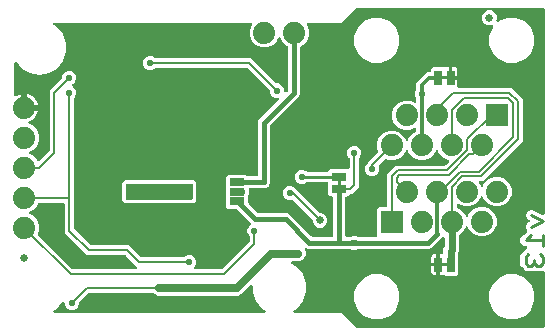
<source format=gbl>
G04 EAGLE Gerber RS-274X export*
G75*
%MOMM*%
%FSLAX34Y34*%
%LPD*%
%INBottom Copper*%
%IPPOS*%
%AMOC8*
5,1,8,0,0,1.08239X$1,22.5*%
G01*
%ADD10C,0.279400*%
%ADD11C,1.879600*%
%ADD12R,1.879600X1.879600*%
%ADD13R,0.660400X1.270000*%
%ADD14C,0.635000*%
%ADD15R,1.270000X0.660400*%
%ADD16R,1.270000X0.635000*%
%ADD17C,0.203200*%
%ADD18C,0.584200*%
%ADD19C,0.604000*%
%ADD20C,0.304800*%
%ADD21C,0.406400*%
%ADD22C,0.609600*%
%ADD23C,0.711200*%
%ADD24C,0.254000*%

G36*
X451984Y4080D02*
X451984Y4080D01*
X452103Y4087D01*
X452141Y4100D01*
X452182Y4105D01*
X452292Y4148D01*
X452405Y4185D01*
X452440Y4207D01*
X452477Y4222D01*
X452573Y4291D01*
X452674Y4355D01*
X452702Y4385D01*
X452735Y4408D01*
X452811Y4500D01*
X452892Y4587D01*
X452912Y4622D01*
X452937Y4653D01*
X452988Y4761D01*
X453046Y4865D01*
X453056Y4905D01*
X453073Y4941D01*
X453095Y5058D01*
X453125Y5173D01*
X453129Y5233D01*
X453133Y5253D01*
X453131Y5274D01*
X453135Y5334D01*
X453135Y51116D01*
X453118Y51256D01*
X453104Y51396D01*
X453098Y51414D01*
X453095Y51432D01*
X453044Y51563D01*
X452996Y51695D01*
X452985Y51710D01*
X452978Y51728D01*
X452896Y51842D01*
X452816Y51958D01*
X452802Y51970D01*
X452792Y51985D01*
X452683Y52075D01*
X452577Y52168D01*
X452561Y52176D01*
X452547Y52188D01*
X452420Y52248D01*
X452294Y52311D01*
X452275Y52315D01*
X452259Y52323D01*
X452121Y52350D01*
X451983Y52380D01*
X451965Y52380D01*
X451947Y52383D01*
X451879Y52379D01*
X451860Y52380D01*
X445038Y52380D01*
X445031Y52383D01*
X444924Y52437D01*
X444885Y52446D01*
X444848Y52462D01*
X444731Y52481D01*
X444614Y52507D01*
X444574Y52506D01*
X444534Y52512D01*
X444416Y52501D01*
X444296Y52497D01*
X444258Y52486D01*
X444217Y52482D01*
X444105Y52442D01*
X443991Y52409D01*
X443956Y52388D01*
X443933Y52380D01*
X437653Y52380D01*
X436047Y53986D01*
X435524Y54508D01*
X434154Y55878D01*
X432548Y57484D01*
X432548Y66167D01*
X434098Y67716D01*
X435524Y69143D01*
X437966Y71584D01*
X438051Y71694D01*
X438140Y71801D01*
X438149Y71820D01*
X438161Y71836D01*
X438216Y71963D01*
X438276Y72089D01*
X438280Y72109D01*
X438288Y72127D01*
X438310Y72265D01*
X438336Y72401D01*
X438334Y72421D01*
X438337Y72442D01*
X438324Y72581D01*
X438316Y72719D01*
X438310Y72738D01*
X438308Y72758D01*
X438260Y72889D01*
X438218Y73021D01*
X438207Y73038D01*
X438200Y73057D01*
X438122Y73173D01*
X438048Y73290D01*
X438033Y73304D01*
X438021Y73321D01*
X437918Y73412D01*
X437816Y73508D01*
X437798Y73518D01*
X437783Y73531D01*
X437659Y73594D01*
X437537Y73661D01*
X437518Y73666D01*
X437500Y73676D01*
X437364Y73706D01*
X437230Y73741D01*
X437201Y73743D01*
X437189Y73745D01*
X437169Y73745D01*
X437069Y73751D01*
X435153Y73751D01*
X433875Y75029D01*
X432548Y76355D01*
X432548Y80038D01*
X434919Y82409D01*
X435524Y83014D01*
X438062Y85551D01*
X438107Y85610D01*
X438160Y85663D01*
X438204Y85735D01*
X438257Y85803D01*
X438286Y85871D01*
X438325Y85935D01*
X438349Y86016D01*
X438383Y86095D01*
X438395Y86168D01*
X438416Y86240D01*
X438419Y86324D01*
X438433Y86409D01*
X438426Y86483D01*
X438429Y86557D01*
X438411Y86641D01*
X438403Y86725D01*
X438378Y86796D01*
X438362Y86868D01*
X438299Y87017D01*
X437194Y89228D01*
X438359Y92722D01*
X439782Y93433D01*
X439823Y93461D01*
X439868Y93481D01*
X439954Y93549D01*
X440046Y93610D01*
X440079Y93647D01*
X440118Y93677D01*
X440185Y93765D01*
X440258Y93847D01*
X440281Y93891D01*
X440311Y93930D01*
X440354Y94031D01*
X440405Y94129D01*
X440416Y94177D01*
X440435Y94223D01*
X440452Y94332D01*
X440477Y94439D01*
X440475Y94488D01*
X440483Y94537D01*
X440472Y94647D01*
X440469Y94757D01*
X440456Y94804D01*
X440451Y94854D01*
X440413Y94957D01*
X440383Y95063D01*
X440358Y95106D01*
X440341Y95152D01*
X440278Y95243D01*
X440223Y95338D01*
X440189Y95373D01*
X440161Y95414D01*
X440078Y95486D01*
X440000Y95565D01*
X439958Y95590D01*
X439921Y95623D01*
X439782Y95704D01*
X438359Y96415D01*
X437194Y99909D01*
X438841Y103203D01*
X442335Y104368D01*
X451298Y99886D01*
X451388Y99855D01*
X451473Y99815D01*
X451537Y99802D01*
X451598Y99781D01*
X451693Y99773D01*
X451786Y99755D01*
X451850Y99759D01*
X451915Y99753D01*
X452009Y99769D01*
X452103Y99774D01*
X452165Y99795D01*
X452229Y99805D01*
X452316Y99843D01*
X452405Y99873D01*
X452460Y99907D01*
X452520Y99934D01*
X452594Y99992D01*
X452674Y100043D01*
X452719Y100090D01*
X452770Y100130D01*
X452827Y100205D01*
X452892Y100274D01*
X452923Y100331D01*
X452963Y100383D01*
X453000Y100470D01*
X453046Y100553D01*
X453062Y100616D01*
X453087Y100676D01*
X453101Y100769D01*
X453125Y100861D01*
X453132Y100972D01*
X453135Y100990D01*
X453134Y101000D01*
X453135Y101021D01*
X453135Y274066D01*
X453120Y274184D01*
X453113Y274303D01*
X453100Y274341D01*
X453095Y274382D01*
X453052Y274492D01*
X453015Y274605D01*
X452993Y274640D01*
X452978Y274677D01*
X452909Y274773D01*
X452845Y274874D01*
X452815Y274902D01*
X452792Y274935D01*
X452700Y275011D01*
X452613Y275092D01*
X452578Y275112D01*
X452547Y275137D01*
X452439Y275188D01*
X452335Y275246D01*
X452295Y275256D01*
X452259Y275273D01*
X452142Y275295D01*
X452027Y275325D01*
X451967Y275329D01*
X451947Y275333D01*
X451926Y275331D01*
X451866Y275335D01*
X408197Y275335D01*
X408128Y275327D01*
X408058Y275328D01*
X407970Y275307D01*
X407881Y275295D01*
X407816Y275270D01*
X407749Y275253D01*
X407669Y275211D01*
X407586Y275178D01*
X407529Y275137D01*
X407467Y275105D01*
X407401Y275044D01*
X407328Y274992D01*
X407284Y274938D01*
X407232Y274891D01*
X407183Y274816D01*
X407126Y274747D01*
X407096Y274683D01*
X407057Y274625D01*
X407028Y274540D01*
X406990Y274459D01*
X406977Y274390D01*
X406954Y274324D01*
X406947Y274235D01*
X406930Y274147D01*
X406935Y274077D01*
X406929Y274007D01*
X406944Y273919D01*
X406950Y273829D01*
X406971Y273763D01*
X406983Y273694D01*
X407020Y273612D01*
X407048Y273527D01*
X407085Y273468D01*
X407114Y273404D01*
X407170Y273334D01*
X407218Y273258D01*
X407269Y273210D01*
X407313Y273156D01*
X407384Y273101D01*
X407450Y273040D01*
X407511Y273006D01*
X407567Y272964D01*
X407711Y272893D01*
X409925Y271976D01*
X411676Y270225D01*
X412624Y267938D01*
X412624Y265462D01*
X412450Y265042D01*
X412431Y264975D01*
X412404Y264911D01*
X412390Y264822D01*
X412366Y264735D01*
X412365Y264666D01*
X412354Y264597D01*
X412362Y264507D01*
X412361Y264417D01*
X412377Y264350D01*
X412384Y264280D01*
X412414Y264195D01*
X412435Y264108D01*
X412468Y264047D01*
X412491Y263981D01*
X412542Y263906D01*
X412584Y263827D01*
X412631Y263775D01*
X412670Y263718D01*
X412737Y263658D01*
X412798Y263592D01*
X412856Y263553D01*
X412908Y263507D01*
X412988Y263466D01*
X413063Y263417D01*
X413129Y263394D01*
X413191Y263363D01*
X413279Y263343D01*
X413364Y263314D01*
X413434Y263308D01*
X413502Y263293D01*
X413591Y263296D01*
X413681Y263289D01*
X413750Y263300D01*
X413820Y263303D01*
X413906Y263328D01*
X413994Y263343D01*
X414058Y263372D01*
X414125Y263391D01*
X414203Y263437D01*
X414284Y263473D01*
X414339Y263517D01*
X414399Y263553D01*
X414520Y263659D01*
X414660Y263799D01*
X421661Y266699D01*
X429239Y266699D01*
X436240Y263799D01*
X441599Y258440D01*
X444499Y251439D01*
X444499Y243861D01*
X441599Y236860D01*
X436240Y231501D01*
X429239Y228601D01*
X421661Y228601D01*
X414660Y231501D01*
X409301Y236860D01*
X406401Y243861D01*
X406401Y251439D01*
X409301Y258440D01*
X409441Y258580D01*
X409484Y258635D01*
X409534Y258684D01*
X409581Y258760D01*
X409636Y258831D01*
X409664Y258895D01*
X409700Y258955D01*
X409727Y259041D01*
X409762Y259123D01*
X409773Y259192D01*
X409794Y259259D01*
X409798Y259349D01*
X409812Y259437D01*
X409806Y259507D01*
X409809Y259577D01*
X409791Y259664D01*
X409782Y259754D01*
X409759Y259820D01*
X409745Y259888D01*
X409705Y259969D01*
X409675Y260053D01*
X409636Y260111D01*
X409605Y260174D01*
X409547Y260242D01*
X409496Y260316D01*
X409444Y260363D01*
X409399Y260416D01*
X409325Y260467D01*
X409258Y260527D01*
X409196Y260559D01*
X409139Y260599D01*
X409055Y260631D01*
X408975Y260671D01*
X408906Y260687D01*
X408841Y260711D01*
X408752Y260721D01*
X408664Y260741D01*
X408595Y260739D01*
X408525Y260747D01*
X408436Y260734D01*
X408346Y260731D01*
X408279Y260712D01*
X408210Y260702D01*
X408058Y260650D01*
X407638Y260476D01*
X405162Y260476D01*
X402875Y261424D01*
X401124Y263175D01*
X400176Y265462D01*
X400176Y267938D01*
X401124Y270225D01*
X402875Y271976D01*
X405089Y272893D01*
X405149Y272928D01*
X405214Y272954D01*
X405287Y273006D01*
X405365Y273051D01*
X405415Y273099D01*
X405472Y273140D01*
X405529Y273210D01*
X405593Y273272D01*
X405630Y273332D01*
X405674Y273385D01*
X405713Y273467D01*
X405760Y273543D01*
X405780Y273610D01*
X405810Y273673D01*
X405827Y273761D01*
X405853Y273847D01*
X405857Y273917D01*
X405870Y273986D01*
X405864Y274075D01*
X405869Y274165D01*
X405854Y274233D01*
X405850Y274303D01*
X405822Y274388D01*
X405804Y274476D01*
X405774Y274539D01*
X405752Y274605D01*
X405704Y274681D01*
X405664Y274762D01*
X405619Y274815D01*
X405582Y274874D01*
X405516Y274936D01*
X405458Y275004D01*
X405401Y275044D01*
X405350Y275092D01*
X405272Y275135D01*
X405198Y275187D01*
X405133Y275212D01*
X405072Y275246D01*
X404985Y275268D01*
X404901Y275300D01*
X404831Y275308D01*
X404764Y275325D01*
X404603Y275335D01*
X294309Y275335D01*
X294211Y275323D01*
X294112Y275320D01*
X294054Y275303D01*
X293994Y275295D01*
X293902Y275259D01*
X293807Y275231D01*
X293755Y275201D01*
X293698Y275178D01*
X293618Y275120D01*
X293533Y275070D01*
X293457Y275004D01*
X293441Y274992D01*
X293433Y274982D01*
X293412Y274964D01*
X281084Y262635D01*
X253095Y262635D01*
X253046Y262629D01*
X252996Y262631D01*
X252889Y262609D01*
X252779Y262595D01*
X252733Y262577D01*
X252685Y262567D01*
X252586Y262519D01*
X252484Y262478D01*
X252444Y262449D01*
X252399Y262427D01*
X252315Y262356D01*
X252226Y262292D01*
X252195Y262253D01*
X252157Y262221D01*
X252094Y262131D01*
X252024Y262047D01*
X252002Y262002D01*
X251974Y261961D01*
X251935Y261858D01*
X251888Y261759D01*
X251879Y261710D01*
X251861Y261664D01*
X251849Y261554D01*
X251828Y261447D01*
X251831Y261397D01*
X251826Y261348D01*
X251841Y261239D01*
X251848Y261129D01*
X251863Y261082D01*
X251870Y261033D01*
X251922Y260880D01*
X253747Y256476D01*
X253747Y251524D01*
X251852Y246950D01*
X248350Y243448D01*
X247164Y242957D01*
X247139Y242942D01*
X247111Y242933D01*
X247001Y242864D01*
X246888Y242799D01*
X246867Y242779D01*
X246842Y242763D01*
X246753Y242668D01*
X246660Y242578D01*
X246644Y242553D01*
X246624Y242531D01*
X246561Y242417D01*
X246493Y242307D01*
X246485Y242279D01*
X246470Y242253D01*
X246438Y242127D01*
X246400Y242003D01*
X246398Y241973D01*
X246391Y241945D01*
X246381Y241784D01*
X246381Y202189D01*
X245607Y200322D01*
X221352Y176067D01*
X221292Y175989D01*
X221224Y175917D01*
X221195Y175864D01*
X221158Y175816D01*
X221118Y175725D01*
X221070Y175638D01*
X221055Y175580D01*
X221031Y175524D01*
X221016Y175426D01*
X220991Y175330D01*
X220985Y175230D01*
X220981Y175210D01*
X220983Y175198D01*
X220981Y175170D01*
X220981Y126497D01*
X220207Y124630D01*
X218778Y123201D01*
X216911Y122427D01*
X203949Y122427D01*
X203900Y122421D01*
X203850Y122423D01*
X203742Y122401D01*
X203633Y122387D01*
X203587Y122369D01*
X203538Y122359D01*
X203440Y122311D01*
X203338Y122270D01*
X203298Y122241D01*
X203253Y122219D01*
X203169Y122148D01*
X203080Y122084D01*
X203049Y122045D01*
X203011Y122013D01*
X202948Y121923D01*
X202878Y121839D01*
X202856Y121794D01*
X202828Y121753D01*
X202789Y121650D01*
X202742Y121551D01*
X202733Y121502D01*
X202715Y121456D01*
X202703Y121346D01*
X202682Y121239D01*
X202685Y121189D01*
X202680Y121139D01*
X202695Y121030D01*
X202702Y120921D01*
X202717Y120874D01*
X202724Y120825D01*
X202776Y120672D01*
X202820Y120567D01*
X202820Y118193D01*
X202535Y117506D01*
X202533Y117497D01*
X202528Y117489D01*
X202519Y117452D01*
X202504Y117421D01*
X202486Y117326D01*
X202451Y117199D01*
X202451Y117190D01*
X202449Y117181D01*
X202439Y117020D01*
X202439Y109564D01*
X202451Y109466D01*
X202454Y109367D01*
X202471Y109309D01*
X202479Y109249D01*
X202515Y109157D01*
X202543Y109062D01*
X202573Y109009D01*
X202596Y108953D01*
X202654Y108873D01*
X202704Y108788D01*
X202770Y108712D01*
X202782Y108696D01*
X202792Y108688D01*
X202810Y108667D01*
X210013Y101464D01*
X210091Y101404D01*
X210163Y101336D01*
X210216Y101307D01*
X210264Y101270D01*
X210355Y101230D01*
X210442Y101182D01*
X210500Y101167D01*
X210556Y101143D01*
X210654Y101128D01*
X210750Y101103D01*
X210850Y101097D01*
X210870Y101093D01*
X210882Y101095D01*
X210910Y101093D01*
X235199Y101093D01*
X237066Y100319D01*
X255733Y81652D01*
X255811Y81592D01*
X255883Y81524D01*
X255936Y81495D01*
X255984Y81458D01*
X256075Y81418D01*
X256162Y81370D01*
X256220Y81355D01*
X256276Y81331D01*
X256374Y81316D01*
X256470Y81291D01*
X256570Y81285D01*
X256590Y81281D01*
X256602Y81283D01*
X256630Y81281D01*
X273050Y81281D01*
X273168Y81296D01*
X273287Y81303D01*
X273325Y81316D01*
X273366Y81321D01*
X273476Y81364D01*
X273589Y81401D01*
X273624Y81423D01*
X273661Y81438D01*
X273757Y81507D01*
X273858Y81571D01*
X273886Y81601D01*
X273919Y81624D01*
X273995Y81716D01*
X274076Y81803D01*
X274096Y81838D01*
X274121Y81869D01*
X274172Y81977D01*
X274230Y82081D01*
X274240Y82121D01*
X274257Y82157D01*
X274279Y82274D01*
X274309Y82389D01*
X274313Y82449D01*
X274317Y82469D01*
X274315Y82490D01*
X274319Y82550D01*
X274319Y114173D01*
X274304Y114291D01*
X274297Y114410D01*
X274284Y114448D01*
X274279Y114489D01*
X274236Y114599D01*
X274199Y114712D01*
X274177Y114747D01*
X274162Y114784D01*
X274093Y114880D01*
X274029Y114981D01*
X273999Y115009D01*
X273976Y115042D01*
X273884Y115118D01*
X273797Y115199D01*
X273762Y115219D01*
X273731Y115244D01*
X273623Y115295D01*
X273519Y115353D01*
X273479Y115363D01*
X273443Y115380D01*
X273326Y115402D01*
X273211Y115432D01*
X273151Y115436D01*
X273131Y115440D01*
X273110Y115438D01*
X273050Y115442D01*
X271787Y115442D01*
X270001Y117228D01*
X270001Y126619D01*
X269986Y126737D01*
X269979Y126856D01*
X269966Y126894D01*
X269961Y126935D01*
X269918Y127045D01*
X269881Y127158D01*
X269859Y127193D01*
X269844Y127230D01*
X269775Y127326D01*
X269711Y127427D01*
X269681Y127455D01*
X269658Y127488D01*
X269566Y127564D01*
X269479Y127645D01*
X269444Y127665D01*
X269413Y127690D01*
X269305Y127741D01*
X269201Y127799D01*
X269161Y127809D01*
X269125Y127826D01*
X269008Y127848D01*
X268893Y127878D01*
X268833Y127882D01*
X268813Y127886D01*
X268792Y127884D01*
X268732Y127888D01*
X252426Y127888D01*
X252328Y127876D01*
X252229Y127873D01*
X252171Y127856D01*
X252111Y127848D01*
X252019Y127812D01*
X251924Y127784D01*
X251872Y127754D01*
X251815Y127731D01*
X251735Y127673D01*
X251650Y127623D01*
X251574Y127557D01*
X251558Y127545D01*
X251550Y127535D01*
X251529Y127517D01*
X251032Y127019D01*
X248837Y126110D01*
X246463Y126110D01*
X244268Y127019D01*
X242589Y128698D01*
X241680Y130893D01*
X241680Y133267D01*
X242589Y135462D01*
X244268Y137141D01*
X246463Y138050D01*
X248837Y138050D01*
X251032Y137141D01*
X251275Y136897D01*
X251353Y136837D01*
X251425Y136769D01*
X251478Y136740D01*
X251526Y136703D01*
X251617Y136663D01*
X251704Y136615D01*
X251762Y136600D01*
X251818Y136576D01*
X251916Y136561D01*
X252012Y136536D01*
X252112Y136530D01*
X252132Y136526D01*
X252144Y136528D01*
X252172Y136526D01*
X269229Y136526D01*
X269328Y136538D01*
X269427Y136541D01*
X269485Y136558D01*
X269545Y136566D01*
X269637Y136602D01*
X269732Y136630D01*
X269784Y136660D01*
X269841Y136683D01*
X269921Y136741D01*
X270006Y136791D01*
X270081Y136857D01*
X270098Y136869D01*
X270106Y136879D01*
X270127Y136897D01*
X271787Y138558D01*
X286766Y138558D01*
X286884Y138573D01*
X287003Y138580D01*
X287041Y138593D01*
X287082Y138598D01*
X287192Y138641D01*
X287305Y138678D01*
X287340Y138700D01*
X287377Y138715D01*
X287473Y138784D01*
X287574Y138848D01*
X287602Y138878D01*
X287635Y138901D01*
X287711Y138993D01*
X287792Y139080D01*
X287812Y139115D01*
X287837Y139146D01*
X287888Y139254D01*
X287946Y139358D01*
X287956Y139398D01*
X287973Y139434D01*
X287995Y139551D01*
X288025Y139666D01*
X288029Y139726D01*
X288033Y139746D01*
X288031Y139767D01*
X288035Y139827D01*
X288035Y147497D01*
X288023Y147595D01*
X288020Y147694D01*
X288014Y147715D01*
X288013Y147727D01*
X288002Y147761D01*
X287995Y147812D01*
X287959Y147904D01*
X287931Y147999D01*
X287916Y148025D01*
X287915Y148029D01*
X287900Y148053D01*
X287878Y148108D01*
X287820Y148188D01*
X287770Y148273D01*
X287704Y148349D01*
X287692Y148365D01*
X287682Y148373D01*
X287664Y148394D01*
X287039Y149018D01*
X286130Y151213D01*
X286130Y153587D01*
X287039Y155782D01*
X288718Y157461D01*
X290913Y158370D01*
X293287Y158370D01*
X295482Y157461D01*
X297161Y155782D01*
X298070Y153587D01*
X298070Y151213D01*
X297161Y149018D01*
X296536Y148394D01*
X296476Y148316D01*
X296408Y148244D01*
X296379Y148191D01*
X296371Y148180D01*
X296363Y148171D01*
X296362Y148169D01*
X296342Y148143D01*
X296302Y148052D01*
X296254Y147965D01*
X296241Y147911D01*
X296227Y147883D01*
X296226Y147875D01*
X296215Y147851D01*
X296200Y147753D01*
X296175Y147657D01*
X296171Y147587D01*
X296167Y147570D01*
X296168Y147555D01*
X296165Y147537D01*
X296167Y147525D01*
X296165Y147497D01*
X296165Y123411D01*
X290482Y117728D01*
X289825Y117728D01*
X289726Y117716D01*
X289627Y117713D01*
X289569Y117696D01*
X289509Y117688D01*
X289417Y117652D01*
X289322Y117624D01*
X289270Y117594D01*
X289213Y117571D01*
X289133Y117513D01*
X289048Y117463D01*
X288973Y117397D01*
X288956Y117385D01*
X288948Y117375D01*
X288927Y117357D01*
X287013Y115442D01*
X285750Y115442D01*
X285632Y115427D01*
X285513Y115420D01*
X285475Y115407D01*
X285434Y115402D01*
X285324Y115359D01*
X285211Y115322D01*
X285176Y115300D01*
X285139Y115285D01*
X285043Y115216D01*
X284942Y115152D01*
X284914Y115122D01*
X284881Y115099D01*
X284805Y115007D01*
X284724Y114920D01*
X284704Y114885D01*
X284679Y114854D01*
X284628Y114746D01*
X284570Y114642D01*
X284560Y114602D01*
X284543Y114566D01*
X284521Y114449D01*
X284491Y114334D01*
X284487Y114274D01*
X284483Y114254D01*
X284485Y114233D01*
X284481Y114173D01*
X284481Y82550D01*
X284496Y82432D01*
X284503Y82313D01*
X284516Y82275D01*
X284521Y82234D01*
X284564Y82124D01*
X284601Y82011D01*
X284623Y81976D01*
X284638Y81939D01*
X284707Y81843D01*
X284771Y81742D01*
X284801Y81714D01*
X284824Y81681D01*
X284916Y81605D01*
X285003Y81524D01*
X285038Y81504D01*
X285069Y81479D01*
X285177Y81428D01*
X285281Y81370D01*
X285321Y81360D01*
X285357Y81343D01*
X285474Y81321D01*
X285589Y81291D01*
X285649Y81287D01*
X285669Y81283D01*
X285690Y81285D01*
X285750Y81281D01*
X288255Y81281D01*
X288264Y81282D01*
X288274Y81281D01*
X288422Y81302D01*
X288571Y81321D01*
X288579Y81324D01*
X288588Y81325D01*
X288741Y81377D01*
X290893Y82269D01*
X293307Y82269D01*
X295459Y81377D01*
X295468Y81375D01*
X295476Y81370D01*
X295621Y81333D01*
X295766Y81293D01*
X295775Y81293D01*
X295784Y81291D01*
X295945Y81281D01*
X310377Y81281D01*
X310515Y81298D01*
X310654Y81311D01*
X310673Y81318D01*
X310693Y81321D01*
X310822Y81372D01*
X310953Y81419D01*
X310970Y81430D01*
X310989Y81438D01*
X311101Y81519D01*
X311216Y81597D01*
X311230Y81613D01*
X311246Y81624D01*
X311335Y81732D01*
X311427Y81836D01*
X311436Y81854D01*
X311449Y81869D01*
X311508Y81995D01*
X311571Y82119D01*
X311576Y82139D01*
X311584Y82157D01*
X311610Y82293D01*
X311641Y82429D01*
X311640Y82450D01*
X311644Y82469D01*
X311636Y82608D01*
X311631Y82747D01*
X311626Y82767D01*
X311624Y82787D01*
X311582Y82919D01*
X311543Y83053D01*
X311533Y83070D01*
X311526Y83089D01*
X311452Y83207D01*
X311403Y83290D01*
X311403Y104641D01*
X313189Y106427D01*
X318516Y106427D01*
X318634Y106442D01*
X318753Y106449D01*
X318791Y106462D01*
X318832Y106467D01*
X318942Y106510D01*
X319055Y106547D01*
X319090Y106569D01*
X319127Y106584D01*
X319223Y106653D01*
X319324Y106717D01*
X319352Y106747D01*
X319385Y106770D01*
X319461Y106862D01*
X319542Y106949D01*
X319562Y106984D01*
X319587Y107015D01*
X319638Y107123D01*
X319696Y107227D01*
X319706Y107267D01*
X319723Y107303D01*
X319745Y107420D01*
X319775Y107535D01*
X319779Y107595D01*
X319783Y107615D01*
X319781Y107636D01*
X319785Y107696D01*
X319785Y134399D01*
X327017Y141630D01*
X368498Y141630D01*
X368596Y141642D01*
X368695Y141645D01*
X368754Y141662D01*
X368814Y141670D01*
X368906Y141706D01*
X369001Y141734D01*
X369053Y141765D01*
X369109Y141787D01*
X369189Y141845D01*
X369275Y141895D01*
X369350Y141962D01*
X369367Y141974D01*
X369374Y141983D01*
X369396Y142002D01*
X371908Y144514D01*
X371938Y144553D01*
X371975Y144587D01*
X372035Y144678D01*
X372103Y144765D01*
X372123Y144811D01*
X372150Y144852D01*
X372185Y144956D01*
X372229Y145057D01*
X372237Y145106D01*
X372253Y145153D01*
X372262Y145263D01*
X372279Y145371D01*
X372274Y145421D01*
X372278Y145470D01*
X372259Y145578D01*
X372249Y145688D01*
X372232Y145735D01*
X372224Y145784D01*
X372179Y145884D01*
X372142Y145987D01*
X372114Y146028D01*
X372093Y146074D01*
X372025Y146159D01*
X371963Y146250D01*
X371926Y146283D01*
X371895Y146322D01*
X371807Y146388D01*
X371725Y146461D01*
X371680Y146483D01*
X371641Y146513D01*
X371496Y146584D01*
X367600Y148198D01*
X364098Y151700D01*
X363123Y154055D01*
X363054Y154175D01*
X362989Y154298D01*
X362975Y154313D01*
X362965Y154331D01*
X362868Y154431D01*
X362775Y154534D01*
X362758Y154545D01*
X362744Y154559D01*
X362625Y154632D01*
X362509Y154708D01*
X362490Y154715D01*
X362473Y154726D01*
X362340Y154766D01*
X362208Y154812D01*
X362188Y154813D01*
X362169Y154819D01*
X362030Y154826D01*
X361891Y154837D01*
X361871Y154833D01*
X361851Y154834D01*
X361715Y154806D01*
X361578Y154782D01*
X361559Y154774D01*
X361540Y154770D01*
X361414Y154709D01*
X361288Y154652D01*
X361272Y154639D01*
X361254Y154630D01*
X361148Y154540D01*
X361040Y154453D01*
X361027Y154437D01*
X361012Y154424D01*
X360932Y154310D01*
X360848Y154199D01*
X360836Y154174D01*
X360829Y154164D01*
X360822Y154145D01*
X360777Y154055D01*
X359802Y151700D01*
X356300Y148198D01*
X351726Y146303D01*
X346774Y146303D01*
X342200Y148198D01*
X338698Y151700D01*
X337723Y154055D01*
X337654Y154175D01*
X337589Y154298D01*
X337575Y154313D01*
X337565Y154331D01*
X337468Y154431D01*
X337375Y154534D01*
X337358Y154545D01*
X337344Y154559D01*
X337225Y154632D01*
X337109Y154708D01*
X337090Y154715D01*
X337073Y154726D01*
X336940Y154766D01*
X336808Y154812D01*
X336788Y154813D01*
X336769Y154819D01*
X336630Y154826D01*
X336491Y154837D01*
X336471Y154833D01*
X336451Y154834D01*
X336315Y154806D01*
X336178Y154782D01*
X336159Y154774D01*
X336140Y154770D01*
X336014Y154709D01*
X335888Y154652D01*
X335872Y154639D01*
X335854Y154630D01*
X335748Y154540D01*
X335640Y154453D01*
X335627Y154437D01*
X335612Y154424D01*
X335532Y154310D01*
X335448Y154199D01*
X335436Y154174D01*
X335429Y154164D01*
X335422Y154145D01*
X335377Y154055D01*
X334402Y151700D01*
X330900Y148198D01*
X326326Y146303D01*
X321374Y146303D01*
X319172Y147215D01*
X319144Y147223D01*
X319117Y147237D01*
X318990Y147265D01*
X318865Y147299D01*
X318836Y147300D01*
X318807Y147306D01*
X318677Y147302D01*
X318547Y147304D01*
X318519Y147298D01*
X318489Y147297D01*
X318364Y147261D01*
X318238Y147230D01*
X318212Y147216D01*
X318184Y147208D01*
X318072Y147142D01*
X317957Y147082D01*
X317935Y147062D01*
X317910Y147047D01*
X317789Y146940D01*
X313049Y142200D01*
X313031Y142177D01*
X313008Y142158D01*
X312933Y142052D01*
X312854Y141949D01*
X312842Y141922D01*
X312825Y141898D01*
X312779Y141776D01*
X312728Y141657D01*
X312723Y141628D01*
X312713Y141601D01*
X312698Y141472D01*
X312678Y141343D01*
X312681Y141314D01*
X312677Y141285D01*
X312695Y141156D01*
X312708Y141027D01*
X312718Y140999D01*
X312722Y140970D01*
X312774Y140817D01*
X313284Y139585D01*
X313284Y137211D01*
X312375Y135016D01*
X310696Y133337D01*
X308502Y132428D01*
X306127Y132428D01*
X303933Y133337D01*
X302253Y135016D01*
X301345Y137211D01*
X301345Y139585D01*
X302253Y141780D01*
X302878Y142404D01*
X302938Y142482D01*
X303006Y142554D01*
X303036Y142607D01*
X303073Y142655D01*
X303112Y142746D01*
X303160Y142833D01*
X303175Y142891D01*
X303199Y142947D01*
X303215Y143045D01*
X303239Y143141D01*
X303246Y143241D01*
X303249Y143261D01*
X303248Y143273D01*
X303250Y143301D01*
X303250Y143898D01*
X312040Y152689D01*
X312058Y152712D01*
X312081Y152731D01*
X312156Y152837D01*
X312235Y152940D01*
X312247Y152967D01*
X312264Y152991D01*
X312310Y153113D01*
X312362Y153232D01*
X312366Y153261D01*
X312377Y153289D01*
X312391Y153418D01*
X312411Y153546D01*
X312409Y153575D01*
X312412Y153605D01*
X312394Y153733D01*
X312382Y153863D01*
X312372Y153890D01*
X312368Y153920D01*
X312315Y154072D01*
X311403Y156274D01*
X311403Y161226D01*
X313298Y165800D01*
X316800Y169302D01*
X321374Y171197D01*
X326326Y171197D01*
X330900Y169302D01*
X334402Y165800D01*
X335377Y163445D01*
X335446Y163325D01*
X335511Y163202D01*
X335525Y163187D01*
X335535Y163169D01*
X335632Y163069D01*
X335725Y162966D01*
X335742Y162955D01*
X335756Y162941D01*
X335874Y162868D01*
X335991Y162792D01*
X336010Y162785D01*
X336027Y162774D01*
X336160Y162734D01*
X336292Y162688D01*
X336312Y162687D01*
X336331Y162681D01*
X336470Y162674D01*
X336609Y162663D01*
X336629Y162667D01*
X336649Y162666D01*
X336785Y162694D01*
X336922Y162718D01*
X336941Y162726D01*
X336960Y162730D01*
X337085Y162791D01*
X337212Y162848D01*
X337228Y162861D01*
X337246Y162870D01*
X337352Y162960D01*
X337460Y163047D01*
X337473Y163063D01*
X337488Y163076D01*
X337568Y163190D01*
X337652Y163301D01*
X337664Y163326D01*
X337671Y163336D01*
X337678Y163355D01*
X337723Y163445D01*
X338698Y165800D01*
X342200Y169302D01*
X343894Y170004D01*
X343919Y170018D01*
X343947Y170027D01*
X344057Y170097D01*
X344170Y170161D01*
X344191Y170182D01*
X344216Y170197D01*
X344305Y170292D01*
X344398Y170382D01*
X344414Y170408D01*
X344434Y170429D01*
X344497Y170543D01*
X344565Y170654D01*
X344573Y170682D01*
X344588Y170708D01*
X344620Y170833D01*
X344658Y170957D01*
X344660Y170987D01*
X344667Y171016D01*
X344677Y171176D01*
X344677Y172145D01*
X344671Y172194D01*
X344673Y172244D01*
X344651Y172351D01*
X344637Y172460D01*
X344619Y172506D01*
X344609Y172555D01*
X344561Y172654D01*
X344520Y172756D01*
X344491Y172796D01*
X344469Y172841D01*
X344398Y172924D01*
X344334Y173013D01*
X344295Y173045D01*
X344263Y173083D01*
X344173Y173146D01*
X344089Y173216D01*
X344044Y173237D01*
X344003Y173266D01*
X343900Y173305D01*
X343801Y173352D01*
X343752Y173361D01*
X343706Y173378D01*
X343596Y173391D01*
X343489Y173411D01*
X343439Y173408D01*
X343390Y173414D01*
X343281Y173398D01*
X343171Y173392D01*
X343124Y173376D01*
X343075Y173369D01*
X342922Y173317D01*
X339026Y171703D01*
X334074Y171703D01*
X329500Y173598D01*
X325998Y177100D01*
X324103Y181674D01*
X324103Y186626D01*
X325998Y191200D01*
X329500Y194702D01*
X334074Y196597D01*
X339026Y196597D01*
X342922Y194983D01*
X342970Y194970D01*
X343015Y194948D01*
X343123Y194928D01*
X343229Y194899D01*
X343279Y194898D01*
X343328Y194889D01*
X343437Y194896D01*
X343547Y194894D01*
X343595Y194905D01*
X343645Y194908D01*
X343749Y194942D01*
X343856Y194968D01*
X343900Y194991D01*
X343947Y195006D01*
X344040Y195065D01*
X344137Y195117D01*
X344174Y195150D01*
X344216Y195177D01*
X344291Y195257D01*
X344373Y195331D01*
X344400Y195372D01*
X344434Y195408D01*
X344487Y195504D01*
X344547Y195596D01*
X344564Y195643D01*
X344588Y195687D01*
X344615Y195793D01*
X344651Y195897D01*
X344655Y195947D01*
X344667Y195995D01*
X344677Y196155D01*
X344677Y197535D01*
X344665Y197633D01*
X344662Y197732D01*
X344645Y197790D01*
X344637Y197850D01*
X344601Y197942D01*
X344573Y198037D01*
X344543Y198089D01*
X344520Y198146D01*
X344462Y198226D01*
X344412Y198311D01*
X344346Y198387D01*
X344334Y198403D01*
X344324Y198411D01*
X344306Y198432D01*
X344189Y198548D01*
X343280Y200743D01*
X343280Y203117D01*
X344189Y205312D01*
X344306Y205428D01*
X344366Y205506D01*
X344434Y205578D01*
X344463Y205631D01*
X344500Y205679D01*
X344540Y205770D01*
X344588Y205857D01*
X344603Y205915D01*
X344627Y205971D01*
X344642Y206069D01*
X344667Y206165D01*
X344673Y206265D01*
X344677Y206285D01*
X344675Y206297D01*
X344677Y206325D01*
X344677Y211444D01*
X353706Y220473D01*
X355473Y220473D01*
X355591Y220488D01*
X355710Y220495D01*
X355748Y220508D01*
X355789Y220513D01*
X355899Y220556D01*
X356012Y220593D01*
X356047Y220615D01*
X356084Y220630D01*
X356180Y220699D01*
X356281Y220763D01*
X356309Y220793D01*
X356342Y220816D01*
X356418Y220908D01*
X356499Y220995D01*
X356519Y221030D01*
X356544Y221061D01*
X356595Y221169D01*
X356653Y221273D01*
X356663Y221313D01*
X356680Y221349D01*
X356702Y221466D01*
X356732Y221581D01*
X356736Y221641D01*
X356740Y221661D01*
X356738Y221682D01*
X356742Y221742D01*
X356742Y223513D01*
X358528Y225299D01*
X367658Y225299D01*
X368008Y224949D01*
X368091Y224884D01*
X368169Y224812D01*
X368217Y224787D01*
X368259Y224754D01*
X368356Y224712D01*
X368449Y224662D01*
X368501Y224649D01*
X368551Y224627D01*
X368656Y224611D01*
X368758Y224585D01*
X368812Y224586D01*
X368865Y224578D01*
X368970Y224587D01*
X369076Y224588D01*
X369160Y224605D01*
X369182Y224607D01*
X369196Y224613D01*
X369234Y224620D01*
X369871Y224791D01*
X371857Y224791D01*
X371857Y217233D01*
X366459Y217233D01*
X366440Y217221D01*
X366417Y217217D01*
X366410Y217202D01*
X366401Y217196D01*
X366403Y217186D01*
X366396Y217170D01*
X366396Y214630D01*
X366408Y214611D01*
X366411Y214589D01*
X366427Y214582D01*
X366433Y214573D01*
X366443Y214574D01*
X366459Y214567D01*
X373062Y214567D01*
X373141Y214493D01*
X373176Y214473D01*
X373208Y214448D01*
X373315Y214397D01*
X373420Y214339D01*
X373459Y214329D01*
X373495Y214312D01*
X373612Y214290D01*
X373728Y214260D01*
X373788Y214256D01*
X373808Y214252D01*
X373828Y214254D01*
X373888Y214250D01*
X379350Y214250D01*
X379350Y209215D01*
X379221Y208736D01*
X379204Y208611D01*
X379180Y208487D01*
X379183Y208454D01*
X379178Y208420D01*
X379192Y208295D01*
X379200Y208170D01*
X379211Y208138D01*
X379214Y208105D01*
X379260Y207987D01*
X379298Y207868D01*
X379316Y207839D01*
X379328Y207808D01*
X379401Y207705D01*
X379468Y207599D01*
X379493Y207576D01*
X379512Y207548D01*
X379608Y207467D01*
X379700Y207381D01*
X379730Y207365D01*
X379755Y207343D01*
X379868Y207288D01*
X379978Y207227D01*
X380011Y207219D01*
X380041Y207204D01*
X380165Y207179D01*
X380286Y207148D01*
X380335Y207145D01*
X380353Y207141D01*
X380375Y207142D01*
X380447Y207138D01*
X425029Y207138D01*
X434595Y197572D01*
X434595Y162473D01*
X400772Y128650D01*
X398746Y128650D01*
X398608Y128633D01*
X398470Y128620D01*
X398451Y128613D01*
X398431Y128610D01*
X398302Y128559D01*
X398171Y128512D01*
X398154Y128501D01*
X398135Y128493D01*
X398023Y128412D01*
X397907Y128334D01*
X397894Y128318D01*
X397878Y128307D01*
X397789Y128199D01*
X397697Y128095D01*
X397688Y128077D01*
X397675Y128062D01*
X397616Y127936D01*
X397552Y127812D01*
X397548Y127792D01*
X397539Y127774D01*
X397513Y127637D01*
X397483Y127502D01*
X397483Y127481D01*
X397480Y127462D01*
X397488Y127323D01*
X397492Y127184D01*
X397498Y127164D01*
X397499Y127144D01*
X397542Y127012D01*
X397581Y126878D01*
X397591Y126861D01*
X397597Y126842D01*
X397672Y126724D01*
X397742Y126604D01*
X397761Y126583D01*
X397768Y126573D01*
X397782Y126559D01*
X397849Y126483D01*
X397902Y126430D01*
X398877Y124075D01*
X398946Y123955D01*
X399011Y123832D01*
X399025Y123817D01*
X399035Y123799D01*
X399132Y123699D01*
X399225Y123596D01*
X399242Y123585D01*
X399256Y123571D01*
X399375Y123498D01*
X399491Y123422D01*
X399510Y123415D01*
X399527Y123404D01*
X399660Y123363D01*
X399792Y123318D01*
X399812Y123317D01*
X399831Y123311D01*
X399970Y123304D01*
X400109Y123293D01*
X400129Y123297D01*
X400149Y123296D01*
X400285Y123324D01*
X400422Y123348D01*
X400441Y123356D01*
X400460Y123360D01*
X400586Y123421D01*
X400712Y123478D01*
X400728Y123491D01*
X400746Y123500D01*
X400852Y123590D01*
X400960Y123677D01*
X400973Y123693D01*
X400988Y123706D01*
X401068Y123820D01*
X401152Y123931D01*
X401164Y123956D01*
X401171Y123966D01*
X401178Y123985D01*
X401223Y124075D01*
X402198Y126431D01*
X405700Y129932D01*
X410274Y131827D01*
X415226Y131827D01*
X419800Y129932D01*
X423302Y126430D01*
X425197Y121856D01*
X425197Y116904D01*
X423302Y112330D01*
X419800Y108828D01*
X415226Y106933D01*
X410274Y106933D01*
X405700Y108828D01*
X402198Y112329D01*
X401223Y114685D01*
X401154Y114806D01*
X401089Y114928D01*
X401075Y114943D01*
X401065Y114961D01*
X400968Y115061D01*
X400875Y115164D01*
X400858Y115175D01*
X400844Y115189D01*
X400726Y115262D01*
X400609Y115338D01*
X400590Y115345D01*
X400573Y115356D01*
X400440Y115396D01*
X400308Y115442D01*
X400288Y115443D01*
X400269Y115449D01*
X400130Y115456D01*
X399991Y115467D01*
X399971Y115463D01*
X399951Y115464D01*
X399815Y115436D01*
X399678Y115412D01*
X399659Y115404D01*
X399640Y115400D01*
X399515Y115339D01*
X399388Y115282D01*
X399372Y115269D01*
X399354Y115260D01*
X399248Y115170D01*
X399140Y115083D01*
X399127Y115067D01*
X399112Y115054D01*
X399032Y114940D01*
X398948Y114829D01*
X398936Y114804D01*
X398929Y114794D01*
X398922Y114775D01*
X398877Y114685D01*
X397902Y112330D01*
X394400Y108828D01*
X389826Y106933D01*
X384874Y106933D01*
X380343Y108810D01*
X380295Y108823D01*
X380250Y108845D01*
X380142Y108865D01*
X380036Y108894D01*
X379986Y108895D01*
X379937Y108904D01*
X379828Y108898D01*
X379718Y108899D01*
X379670Y108888D01*
X379620Y108885D01*
X379516Y108851D01*
X379409Y108825D01*
X379365Y108802D01*
X379318Y108787D01*
X379225Y108728D01*
X379128Y108676D01*
X379091Y108643D01*
X379049Y108616D01*
X378974Y108536D01*
X378892Y108462D01*
X378865Y108421D01*
X378831Y108385D01*
X378778Y108289D01*
X378718Y108197D01*
X378701Y108150D01*
X378677Y108106D01*
X378650Y108000D01*
X378614Y107896D01*
X378610Y107846D01*
X378598Y107798D01*
X378588Y107638D01*
X378588Y106669D01*
X378591Y106640D01*
X378589Y106611D01*
X378611Y106482D01*
X378628Y106354D01*
X378638Y106326D01*
X378643Y106297D01*
X378697Y106179D01*
X378745Y106058D01*
X378762Y106034D01*
X378774Y106007D01*
X378855Y105906D01*
X378931Y105801D01*
X378954Y105782D01*
X378973Y105759D01*
X379076Y105681D01*
X379176Y105598D01*
X379203Y105585D01*
X379227Y105568D01*
X379371Y105497D01*
X381700Y104532D01*
X385202Y101030D01*
X386177Y98675D01*
X386246Y98555D01*
X386311Y98432D01*
X386325Y98417D01*
X386335Y98399D01*
X386432Y98299D01*
X386525Y98196D01*
X386542Y98185D01*
X386556Y98171D01*
X386675Y98098D01*
X386791Y98022D01*
X386810Y98015D01*
X386827Y98004D01*
X386960Y97964D01*
X387092Y97918D01*
X387112Y97917D01*
X387131Y97911D01*
X387270Y97904D01*
X387409Y97893D01*
X387429Y97897D01*
X387449Y97896D01*
X387585Y97924D01*
X387722Y97948D01*
X387741Y97956D01*
X387760Y97960D01*
X387886Y98021D01*
X388012Y98078D01*
X388028Y98091D01*
X388046Y98100D01*
X388152Y98190D01*
X388260Y98277D01*
X388273Y98293D01*
X388288Y98306D01*
X388368Y98420D01*
X388452Y98531D01*
X388464Y98556D01*
X388471Y98566D01*
X388478Y98585D01*
X388523Y98675D01*
X389498Y101030D01*
X393000Y104532D01*
X397574Y106427D01*
X402526Y106427D01*
X407100Y104532D01*
X410602Y101030D01*
X412497Y96456D01*
X412497Y91504D01*
X410602Y86930D01*
X407100Y83428D01*
X402526Y81533D01*
X397574Y81533D01*
X393000Y83428D01*
X389498Y86930D01*
X388523Y89285D01*
X388454Y89405D01*
X388389Y89528D01*
X388375Y89543D01*
X388365Y89561D01*
X388268Y89661D01*
X388175Y89764D01*
X388158Y89775D01*
X388144Y89789D01*
X388026Y89862D01*
X387909Y89938D01*
X387890Y89945D01*
X387873Y89956D01*
X387740Y89996D01*
X387608Y90042D01*
X387588Y90043D01*
X387569Y90049D01*
X387430Y90056D01*
X387291Y90067D01*
X387271Y90063D01*
X387251Y90064D01*
X387115Y90036D01*
X386978Y90012D01*
X386959Y90004D01*
X386940Y90000D01*
X386815Y89939D01*
X386688Y89882D01*
X386672Y89869D01*
X386654Y89860D01*
X386548Y89770D01*
X386440Y89683D01*
X386427Y89667D01*
X386412Y89654D01*
X386332Y89540D01*
X386248Y89429D01*
X386236Y89404D01*
X386229Y89394D01*
X386222Y89375D01*
X386177Y89285D01*
X385202Y86930D01*
X381701Y83428D01*
X381403Y83305D01*
X381378Y83290D01*
X381350Y83281D01*
X381240Y83212D01*
X381127Y83148D01*
X381106Y83127D01*
X381081Y83111D01*
X380992Y83017D01*
X380899Y82926D01*
X380883Y82901D01*
X380863Y82880D01*
X380800Y82766D01*
X380732Y82655D01*
X380724Y82627D01*
X380709Y82601D01*
X380677Y82475D01*
X380639Y82351D01*
X380637Y82322D01*
X380630Y82293D01*
X380620Y82132D01*
X380620Y69018D01*
X379700Y66799D01*
X379698Y66790D01*
X379693Y66782D01*
X379656Y66636D01*
X379616Y66492D01*
X379616Y66483D01*
X379614Y66474D01*
X379604Y66313D01*
X379604Y66178D01*
X379616Y66079D01*
X379619Y65980D01*
X379636Y65922D01*
X379644Y65862D01*
X379680Y65770D01*
X379708Y65675D01*
X379738Y65623D01*
X379761Y65566D01*
X379819Y65486D01*
X379858Y65420D01*
X379858Y50172D01*
X378072Y48386D01*
X368942Y48386D01*
X368592Y48736D01*
X368508Y48801D01*
X368431Y48873D01*
X368383Y48898D01*
X368341Y48931D01*
X368244Y48973D01*
X368151Y49023D01*
X368098Y49036D01*
X368049Y49058D01*
X367944Y49074D01*
X367842Y49099D01*
X367788Y49099D01*
X367735Y49107D01*
X367629Y49098D01*
X367524Y49097D01*
X367440Y49080D01*
X367418Y49078D01*
X367404Y49072D01*
X367366Y49065D01*
X366729Y48894D01*
X364743Y48894D01*
X364743Y56452D01*
X370142Y56452D01*
X370160Y56464D01*
X370183Y56468D01*
X370190Y56483D01*
X370199Y56489D01*
X370197Y56499D01*
X370204Y56515D01*
X370204Y59055D01*
X370192Y59074D01*
X370189Y59096D01*
X370173Y59103D01*
X370167Y59112D01*
X370157Y59111D01*
X370142Y59118D01*
X364743Y59118D01*
X364743Y66676D01*
X366141Y66676D01*
X366259Y66691D01*
X366378Y66698D01*
X366416Y66711D01*
X366457Y66716D01*
X366567Y66759D01*
X366680Y66796D01*
X366715Y66818D01*
X366752Y66833D01*
X366848Y66902D01*
X366949Y66966D01*
X366977Y66996D01*
X367010Y67019D01*
X367086Y67111D01*
X367167Y67198D01*
X367187Y67233D01*
X367212Y67264D01*
X367263Y67372D01*
X367321Y67476D01*
X367331Y67516D01*
X367348Y67552D01*
X367370Y67669D01*
X367400Y67784D01*
X367404Y67844D01*
X367408Y67864D01*
X367406Y67885D01*
X367410Y67945D01*
X367410Y70428D01*
X368330Y72647D01*
X368332Y72656D01*
X368337Y72664D01*
X368374Y72810D01*
X368414Y72954D01*
X368414Y72963D01*
X368416Y72972D01*
X368426Y73133D01*
X368426Y80174D01*
X368409Y80311D01*
X368396Y80450D01*
X368389Y80469D01*
X368386Y80489D01*
X368335Y80618D01*
X368288Y80749D01*
X368277Y80766D01*
X368269Y80785D01*
X368188Y80897D01*
X368110Y81013D01*
X368094Y81026D01*
X368083Y81042D01*
X367975Y81131D01*
X367871Y81223D01*
X367853Y81232D01*
X367838Y81245D01*
X367712Y81304D01*
X367588Y81368D01*
X367568Y81372D01*
X367550Y81381D01*
X367414Y81407D01*
X367278Y81437D01*
X367257Y81437D01*
X367238Y81440D01*
X367099Y81432D01*
X366960Y81428D01*
X366940Y81422D01*
X366920Y81421D01*
X366788Y81378D01*
X366654Y81339D01*
X366637Y81329D01*
X366618Y81323D01*
X366500Y81248D01*
X366380Y81178D01*
X366359Y81159D01*
X366349Y81153D01*
X366335Y81138D01*
X366260Y81071D01*
X358689Y73501D01*
X357081Y71893D01*
X355214Y71119D01*
X295945Y71119D01*
X295936Y71118D01*
X295926Y71119D01*
X295778Y71098D01*
X295629Y71079D01*
X295621Y71076D01*
X295612Y71075D01*
X295459Y71023D01*
X293307Y70131D01*
X290893Y70131D01*
X288741Y71023D01*
X288732Y71025D01*
X288724Y71030D01*
X288579Y71067D01*
X288434Y71107D01*
X288425Y71107D01*
X288416Y71109D01*
X288255Y71119D01*
X252989Y71119D01*
X251858Y71588D01*
X251723Y71625D01*
X251591Y71666D01*
X251571Y71667D01*
X251551Y71672D01*
X251412Y71674D01*
X251273Y71681D01*
X251253Y71677D01*
X251233Y71677D01*
X251097Y71644D01*
X250962Y71616D01*
X250944Y71608D01*
X250924Y71603D01*
X250800Y71538D01*
X250676Y71477D01*
X250661Y71464D01*
X250643Y71454D01*
X250540Y71360D01*
X250434Y71270D01*
X250422Y71254D01*
X250407Y71240D01*
X250331Y71124D01*
X250251Y71010D01*
X250244Y70991D01*
X250233Y70975D01*
X250187Y70843D01*
X250138Y70713D01*
X250136Y70693D01*
X250129Y70674D01*
X250118Y70535D01*
X250103Y70397D01*
X250106Y70377D01*
X250104Y70357D01*
X250128Y70220D01*
X250147Y70082D01*
X250156Y70055D01*
X250159Y70043D01*
X250167Y70025D01*
X250199Y69930D01*
X250840Y68384D01*
X250840Y65756D01*
X249834Y63329D01*
X247976Y61471D01*
X245549Y60465D01*
X239813Y60465D01*
X239668Y60447D01*
X239523Y60432D01*
X239510Y60427D01*
X239497Y60425D01*
X239362Y60372D01*
X239225Y60321D01*
X239214Y60313D01*
X239201Y60308D01*
X239084Y60223D01*
X238964Y60140D01*
X238955Y60129D01*
X238944Y60122D01*
X238851Y60010D01*
X238756Y59899D01*
X238750Y59887D01*
X238741Y59877D01*
X238679Y59745D01*
X238614Y59614D01*
X238611Y59601D01*
X238606Y59589D01*
X238578Y59447D01*
X238548Y59303D01*
X238548Y59290D01*
X238546Y59277D01*
X238555Y59131D01*
X238561Y58986D01*
X238565Y58972D01*
X238566Y58959D01*
X238610Y58821D01*
X238652Y58681D01*
X238659Y58669D01*
X238664Y58657D01*
X238741Y58534D01*
X238817Y58409D01*
X238827Y58399D01*
X238834Y58388D01*
X238940Y58288D01*
X239044Y58186D01*
X239059Y58176D01*
X239065Y58170D01*
X239080Y58162D01*
X239178Y58097D01*
X243355Y55685D01*
X248480Y49578D01*
X251207Y42086D01*
X251207Y34114D01*
X248480Y26622D01*
X243356Y20515D01*
X240962Y19133D01*
X240846Y19045D01*
X240728Y18960D01*
X240719Y18949D01*
X240709Y18941D01*
X240618Y18827D01*
X240525Y18715D01*
X240519Y18702D01*
X240511Y18692D01*
X240451Y18558D01*
X240390Y18427D01*
X240387Y18414D01*
X240382Y18401D01*
X240357Y18257D01*
X240330Y18114D01*
X240331Y18101D01*
X240328Y18088D01*
X240341Y17942D01*
X240350Y17797D01*
X240354Y17784D01*
X240355Y17771D01*
X240403Y17633D01*
X240448Y17495D01*
X240455Y17483D01*
X240459Y17470D01*
X240540Y17349D01*
X240618Y17226D01*
X240628Y17217D01*
X240635Y17205D01*
X240743Y17108D01*
X240849Y17008D01*
X240861Y17001D01*
X240871Y16992D01*
X241001Y16925D01*
X241128Y16854D01*
X241141Y16851D01*
X241153Y16845D01*
X241295Y16811D01*
X241436Y16775D01*
X241454Y16774D01*
X241463Y16772D01*
X241480Y16772D01*
X241597Y16765D01*
X281084Y16765D01*
X283836Y14012D01*
X293412Y4436D01*
X293490Y4376D01*
X293562Y4308D01*
X293615Y4279D01*
X293663Y4242D01*
X293754Y4202D01*
X293841Y4154D01*
X293899Y4139D01*
X293955Y4115D01*
X294053Y4100D01*
X294149Y4075D01*
X294249Y4069D01*
X294269Y4065D01*
X294281Y4067D01*
X294309Y4065D01*
X451866Y4065D01*
X451984Y4080D01*
G37*
G36*
X179372Y53607D02*
X179372Y53607D01*
X179471Y53610D01*
X179529Y53627D01*
X179589Y53635D01*
X179681Y53671D01*
X179776Y53699D01*
X179828Y53729D01*
X179885Y53752D01*
X179965Y53810D01*
X180050Y53860D01*
X180126Y53926D01*
X180142Y53938D01*
X180150Y53948D01*
X180171Y53966D01*
X203082Y76877D01*
X203142Y76955D01*
X203210Y77027D01*
X203239Y77080D01*
X203276Y77128D01*
X203316Y77219D01*
X203364Y77306D01*
X203379Y77364D01*
X203403Y77420D01*
X203418Y77518D01*
X203443Y77614D01*
X203449Y77714D01*
X203453Y77734D01*
X203451Y77746D01*
X203453Y77774D01*
X203453Y81457D01*
X203441Y81555D01*
X203438Y81654D01*
X203421Y81712D01*
X203413Y81772D01*
X203377Y81864D01*
X203349Y81959D01*
X203319Y82011D01*
X203296Y82068D01*
X203238Y82148D01*
X203188Y82233D01*
X203122Y82309D01*
X203110Y82325D01*
X203100Y82333D01*
X203082Y82354D01*
X202457Y82978D01*
X201548Y85173D01*
X201548Y87547D01*
X202457Y89742D01*
X204014Y91298D01*
X204087Y91392D01*
X204165Y91481D01*
X204184Y91517D01*
X204209Y91549D01*
X204256Y91659D01*
X204310Y91765D01*
X204319Y91804D01*
X204335Y91841D01*
X204354Y91959D01*
X204380Y92075D01*
X204378Y92115D01*
X204385Y92155D01*
X204374Y92274D01*
X204370Y92393D01*
X204359Y92432D01*
X204355Y92472D01*
X204315Y92584D01*
X204282Y92698D01*
X204261Y92733D01*
X204247Y92771D01*
X204181Y92870D01*
X204120Y92972D01*
X204080Y93018D01*
X204069Y93034D01*
X204054Y93048D01*
X204014Y93093D01*
X203794Y93312D01*
X203794Y93313D01*
X192450Y104657D01*
X192372Y104717D01*
X192300Y104785D01*
X192247Y104814D01*
X192199Y104851D01*
X192108Y104891D01*
X192021Y104939D01*
X191963Y104954D01*
X191907Y104978D01*
X191809Y104993D01*
X191713Y105018D01*
X191613Y105024D01*
X191593Y105028D01*
X191581Y105026D01*
X191553Y105028D01*
X185427Y105028D01*
X183641Y106814D01*
X183641Y117020D01*
X183640Y117029D01*
X183641Y117039D01*
X183621Y117182D01*
X183616Y117265D01*
X183607Y117292D01*
X183601Y117336D01*
X183598Y117344D01*
X183597Y117354D01*
X183545Y117506D01*
X183260Y118193D01*
X183260Y120567D01*
X183545Y121254D01*
X183547Y121263D01*
X183552Y121271D01*
X183589Y121416D01*
X183629Y121561D01*
X183629Y121570D01*
X183631Y121579D01*
X183641Y121740D01*
X183641Y131946D01*
X185427Y133732D01*
X200653Y133732D01*
X201424Y132961D01*
X201502Y132900D01*
X201574Y132832D01*
X201628Y132803D01*
X201675Y132766D01*
X201766Y132726D01*
X201853Y132678D01*
X201912Y132663D01*
X201967Y132639D01*
X202065Y132624D01*
X202161Y132599D01*
X202261Y132593D01*
X202281Y132589D01*
X202294Y132591D01*
X202322Y132589D01*
X209550Y132589D01*
X209668Y132604D01*
X209787Y132611D01*
X209825Y132624D01*
X209866Y132629D01*
X209976Y132672D01*
X210089Y132709D01*
X210124Y132731D01*
X210161Y132746D01*
X210257Y132815D01*
X210358Y132879D01*
X210386Y132909D01*
X210419Y132932D01*
X210495Y133024D01*
X210576Y133111D01*
X210596Y133146D01*
X210621Y133177D01*
X210672Y133285D01*
X210730Y133389D01*
X210740Y133429D01*
X210757Y133465D01*
X210779Y133582D01*
X210809Y133697D01*
X210813Y133757D01*
X210817Y133777D01*
X210815Y133798D01*
X210819Y133858D01*
X210819Y178811D01*
X211593Y180678D01*
X213201Y182286D01*
X227883Y196969D01*
X227969Y197078D01*
X228057Y197185D01*
X228066Y197204D01*
X228078Y197220D01*
X228134Y197348D01*
X228193Y197473D01*
X228196Y197493D01*
X228205Y197512D01*
X228226Y197650D01*
X228252Y197786D01*
X228251Y197806D01*
X228254Y197826D01*
X228241Y197965D01*
X228233Y198103D01*
X228227Y198122D01*
X228225Y198142D01*
X228177Y198274D01*
X228135Y198405D01*
X228124Y198423D01*
X228117Y198442D01*
X228039Y198557D01*
X227965Y198674D01*
X227950Y198688D01*
X227938Y198705D01*
X227834Y198797D01*
X227733Y198892D01*
X227715Y198902D01*
X227700Y198915D01*
X227576Y198978D01*
X227454Y199046D01*
X227435Y199051D01*
X227417Y199060D01*
X227281Y199090D01*
X227146Y199125D01*
X227118Y199127D01*
X227106Y199130D01*
X227086Y199129D01*
X226986Y199135D01*
X225508Y199135D01*
X223313Y200044D01*
X221634Y201723D01*
X220725Y203918D01*
X220725Y204801D01*
X220713Y204899D01*
X220710Y204998D01*
X220693Y205056D01*
X220685Y205116D01*
X220649Y205208D01*
X220621Y205303D01*
X220591Y205355D01*
X220568Y205412D01*
X220510Y205492D01*
X220460Y205577D01*
X220394Y205653D01*
X220382Y205669D01*
X220372Y205677D01*
X220354Y205698D01*
X201888Y224164D01*
X201810Y224224D01*
X201738Y224292D01*
X201685Y224321D01*
X201637Y224358D01*
X201546Y224398D01*
X201459Y224446D01*
X201401Y224461D01*
X201345Y224485D01*
X201247Y224500D01*
X201151Y224525D01*
X201051Y224531D01*
X201031Y224535D01*
X201019Y224533D01*
X200991Y224535D01*
X124283Y224535D01*
X124185Y224523D01*
X124086Y224520D01*
X124028Y224503D01*
X123968Y224495D01*
X123876Y224459D01*
X123781Y224431D01*
X123729Y224401D01*
X123672Y224378D01*
X123592Y224320D01*
X123507Y224270D01*
X123431Y224204D01*
X123415Y224192D01*
X123407Y224182D01*
X123386Y224164D01*
X122762Y223539D01*
X120567Y222630D01*
X118193Y222630D01*
X115998Y223539D01*
X114319Y225218D01*
X113410Y227413D01*
X113410Y229787D01*
X114319Y231982D01*
X115998Y233661D01*
X118193Y234570D01*
X120567Y234570D01*
X122762Y233661D01*
X123386Y233036D01*
X123464Y232976D01*
X123536Y232908D01*
X123589Y232879D01*
X123637Y232842D01*
X123728Y232802D01*
X123815Y232754D01*
X123873Y232739D01*
X123929Y232715D01*
X124027Y232700D01*
X124123Y232675D01*
X124223Y232669D01*
X124243Y232665D01*
X124255Y232667D01*
X124283Y232665D01*
X204884Y232665D01*
X226102Y211446D01*
X226180Y211386D01*
X226252Y211318D01*
X226305Y211289D01*
X226353Y211252D01*
X226444Y211212D01*
X226531Y211164D01*
X226589Y211149D01*
X226645Y211125D01*
X226743Y211110D01*
X226839Y211085D01*
X226939Y211079D01*
X226959Y211075D01*
X226971Y211077D01*
X226999Y211075D01*
X227882Y211075D01*
X230077Y210166D01*
X231756Y208487D01*
X232665Y206292D01*
X232665Y204814D01*
X232682Y204676D01*
X232695Y204538D01*
X232702Y204519D01*
X232705Y204499D01*
X232756Y204369D01*
X232803Y204239D01*
X232814Y204222D01*
X232822Y204203D01*
X232903Y204091D01*
X232981Y203975D01*
X232997Y203962D01*
X233008Y203946D01*
X233116Y203857D01*
X233220Y203765D01*
X233238Y203756D01*
X233253Y203743D01*
X233379Y203684D01*
X233503Y203620D01*
X233523Y203616D01*
X233541Y203607D01*
X233678Y203581D01*
X233813Y203551D01*
X233834Y203551D01*
X233853Y203548D01*
X233992Y203556D01*
X234131Y203560D01*
X234151Y203566D01*
X234171Y203567D01*
X234303Y203610D01*
X234437Y203649D01*
X234454Y203659D01*
X234473Y203665D01*
X234591Y203740D01*
X234711Y203810D01*
X234732Y203829D01*
X234742Y203835D01*
X234756Y203850D01*
X234831Y203917D01*
X235848Y204933D01*
X235908Y205011D01*
X235976Y205083D01*
X236005Y205136D01*
X236042Y205184D01*
X236082Y205275D01*
X236130Y205362D01*
X236145Y205420D01*
X236169Y205476D01*
X236184Y205574D01*
X236209Y205670D01*
X236215Y205770D01*
X236219Y205790D01*
X236217Y205802D01*
X236219Y205830D01*
X236219Y241784D01*
X236216Y241813D01*
X236218Y241843D01*
X236196Y241971D01*
X236179Y242100D01*
X236169Y242127D01*
X236164Y242156D01*
X236110Y242275D01*
X236062Y242395D01*
X236045Y242419D01*
X236033Y242446D01*
X235952Y242548D01*
X235876Y242653D01*
X235853Y242672D01*
X235834Y242695D01*
X235731Y242773D01*
X235631Y242856D01*
X235604Y242868D01*
X235580Y242886D01*
X235436Y242957D01*
X234250Y243448D01*
X230748Y246950D01*
X229773Y249305D01*
X229704Y249425D01*
X229639Y249548D01*
X229625Y249563D01*
X229615Y249581D01*
X229518Y249681D01*
X229425Y249784D01*
X229408Y249795D01*
X229394Y249809D01*
X229276Y249882D01*
X229159Y249958D01*
X229140Y249965D01*
X229123Y249976D01*
X228990Y250016D01*
X228858Y250062D01*
X228838Y250063D01*
X228819Y250069D01*
X228680Y250076D01*
X228541Y250087D01*
X228521Y250083D01*
X228501Y250084D01*
X228365Y250056D01*
X228228Y250032D01*
X228209Y250024D01*
X228190Y250020D01*
X228065Y249959D01*
X227938Y249902D01*
X227922Y249889D01*
X227904Y249880D01*
X227798Y249790D01*
X227690Y249703D01*
X227677Y249687D01*
X227662Y249674D01*
X227582Y249560D01*
X227498Y249449D01*
X227486Y249424D01*
X227479Y249414D01*
X227472Y249395D01*
X227427Y249305D01*
X226452Y246950D01*
X222950Y243448D01*
X218376Y241553D01*
X213424Y241553D01*
X208850Y243448D01*
X205348Y246950D01*
X203453Y251524D01*
X203453Y256476D01*
X205278Y260880D01*
X205291Y260928D01*
X205312Y260973D01*
X205333Y261081D01*
X205362Y261187D01*
X205362Y261237D01*
X205372Y261286D01*
X205365Y261395D01*
X205367Y261505D01*
X205355Y261553D01*
X205352Y261603D01*
X205318Y261707D01*
X205293Y261814D01*
X205269Y261858D01*
X205254Y261905D01*
X205195Y261998D01*
X205144Y262095D01*
X205110Y262132D01*
X205084Y262174D01*
X205004Y262249D01*
X204930Y262331D01*
X204888Y262358D01*
X204852Y262392D01*
X204756Y262445D01*
X204664Y262505D01*
X204617Y262522D01*
X204574Y262546D01*
X204467Y262573D01*
X204363Y262609D01*
X204314Y262613D01*
X204266Y262625D01*
X204105Y262635D01*
X38397Y262635D01*
X38252Y262617D01*
X38107Y262602D01*
X38094Y262597D01*
X38081Y262595D01*
X37946Y262542D01*
X37809Y262491D01*
X37798Y262483D01*
X37785Y262478D01*
X37668Y262393D01*
X37548Y262310D01*
X37539Y262299D01*
X37528Y262292D01*
X37435Y262180D01*
X37340Y262069D01*
X37334Y262057D01*
X37325Y262047D01*
X37263Y261915D01*
X37198Y261784D01*
X37195Y261771D01*
X37190Y261759D01*
X37162Y261617D01*
X37132Y261473D01*
X37132Y261460D01*
X37130Y261447D01*
X37139Y261302D01*
X37145Y261156D01*
X37149Y261142D01*
X37150Y261129D01*
X37194Y260991D01*
X37237Y260851D01*
X37244Y260839D01*
X37248Y260827D01*
X37325Y260704D01*
X37401Y260579D01*
X37411Y260569D01*
X37418Y260558D01*
X37524Y260458D01*
X37628Y260356D01*
X37643Y260346D01*
X37649Y260340D01*
X37664Y260332D01*
X37762Y260267D01*
X40155Y258885D01*
X45280Y252778D01*
X48007Y245286D01*
X48007Y237314D01*
X45280Y229822D01*
X40156Y223715D01*
X33251Y219729D01*
X25400Y218345D01*
X17549Y219729D01*
X10645Y223715D01*
X6306Y228885D01*
X6280Y228909D01*
X6260Y228938D01*
X6164Y229017D01*
X6073Y229101D01*
X6042Y229118D01*
X6015Y229141D01*
X5902Y229194D01*
X5793Y229253D01*
X5759Y229261D01*
X5727Y229276D01*
X5605Y229299D01*
X5485Y229330D01*
X5449Y229329D01*
X5414Y229336D01*
X5291Y229328D01*
X5167Y229327D01*
X5132Y229318D01*
X5097Y229316D01*
X4979Y229278D01*
X4859Y229246D01*
X4828Y229229D01*
X4795Y229218D01*
X4690Y229152D01*
X4581Y229091D01*
X4556Y229067D01*
X4526Y229048D01*
X4441Y228958D01*
X4351Y228872D01*
X4332Y228842D01*
X4308Y228816D01*
X4248Y228708D01*
X4182Y228603D01*
X4171Y228569D01*
X4154Y228538D01*
X4123Y228418D01*
X4086Y228300D01*
X4084Y228264D01*
X4075Y228230D01*
X4065Y228069D01*
X4065Y201474D01*
X4070Y201435D01*
X4067Y201395D01*
X4090Y201277D01*
X4105Y201159D01*
X4119Y201122D01*
X4127Y201083D01*
X4178Y200974D01*
X4222Y200863D01*
X4245Y200831D01*
X4262Y200795D01*
X4338Y200703D01*
X4408Y200606D01*
X4439Y200580D01*
X4464Y200550D01*
X4561Y200479D01*
X4653Y200403D01*
X4689Y200386D01*
X4722Y200362D01*
X4833Y200318D01*
X4941Y200267D01*
X4980Y200260D01*
X5017Y200245D01*
X5136Y200230D01*
X5253Y200208D01*
X5293Y200210D01*
X5333Y200205D01*
X5452Y200220D01*
X5571Y200227D01*
X5609Y200240D01*
X5648Y200245D01*
X5760Y200288D01*
X5873Y200325D01*
X5907Y200347D01*
X5944Y200361D01*
X6080Y200447D01*
X6443Y200711D01*
X8117Y201564D01*
X9904Y202145D01*
X10161Y202185D01*
X10161Y191770D01*
X10176Y191652D01*
X10183Y191533D01*
X10196Y191495D01*
X10201Y191455D01*
X10244Y191344D01*
X10281Y191231D01*
X10303Y191197D01*
X10318Y191159D01*
X10388Y191063D01*
X10451Y190962D01*
X10481Y190934D01*
X10504Y190902D01*
X10596Y190826D01*
X10683Y190744D01*
X10718Y190725D01*
X10749Y190699D01*
X10857Y190648D01*
X10961Y190591D01*
X11001Y190580D01*
X11037Y190563D01*
X11154Y190541D01*
X11269Y190511D01*
X11330Y190507D01*
X11350Y190503D01*
X11370Y190505D01*
X11430Y190501D01*
X12701Y190501D01*
X12701Y189230D01*
X12716Y189112D01*
X12723Y188993D01*
X12736Y188955D01*
X12741Y188914D01*
X12785Y188804D01*
X12821Y188691D01*
X12843Y188656D01*
X12858Y188619D01*
X12928Y188523D01*
X12991Y188422D01*
X13021Y188394D01*
X13045Y188361D01*
X13136Y188286D01*
X13223Y188204D01*
X13258Y188184D01*
X13290Y188159D01*
X13397Y188108D01*
X13502Y188050D01*
X13541Y188040D01*
X13577Y188023D01*
X13694Y188001D01*
X13809Y187971D01*
X13870Y187967D01*
X13890Y187963D01*
X13910Y187965D01*
X13970Y187961D01*
X24385Y187961D01*
X24345Y187704D01*
X23764Y185917D01*
X22911Y184243D01*
X21806Y182722D01*
X20478Y181394D01*
X18957Y180289D01*
X17283Y179436D01*
X16818Y179285D01*
X16791Y179272D01*
X16762Y179265D01*
X16648Y179205D01*
X16530Y179150D01*
X16507Y179131D01*
X16481Y179117D01*
X16385Y179030D01*
X16285Y178947D01*
X16268Y178923D01*
X16246Y178903D01*
X16174Y178794D01*
X16098Y178690D01*
X16087Y178662D01*
X16071Y178637D01*
X16029Y178514D01*
X15981Y178394D01*
X15977Y178364D01*
X15968Y178336D01*
X15957Y178207D01*
X15941Y178079D01*
X15945Y178049D01*
X15942Y178019D01*
X15965Y177891D01*
X15981Y177763D01*
X15992Y177735D01*
X15997Y177706D01*
X16050Y177588D01*
X16098Y177467D01*
X16115Y177443D01*
X16127Y177416D01*
X16208Y177315D01*
X16284Y177210D01*
X16307Y177191D01*
X16326Y177167D01*
X16430Y177089D01*
X16529Y177007D01*
X16556Y176994D01*
X16580Y176976D01*
X16725Y176905D01*
X19750Y175652D01*
X23252Y172150D01*
X25147Y167576D01*
X25147Y162624D01*
X23252Y158050D01*
X19750Y154548D01*
X17395Y153573D01*
X17275Y153504D01*
X17152Y153439D01*
X17137Y153425D01*
X17119Y153415D01*
X17019Y153318D01*
X16916Y153225D01*
X16905Y153208D01*
X16891Y153194D01*
X16818Y153076D01*
X16742Y152959D01*
X16735Y152940D01*
X16724Y152923D01*
X16684Y152790D01*
X16638Y152658D01*
X16637Y152638D01*
X16631Y152619D01*
X16624Y152480D01*
X16613Y152341D01*
X16617Y152321D01*
X16616Y152301D01*
X16644Y152165D01*
X16668Y152028D01*
X16676Y152009D01*
X16680Y151990D01*
X16741Y151865D01*
X16798Y151738D01*
X16811Y151722D01*
X16820Y151704D01*
X16910Y151598D01*
X16997Y151490D01*
X17013Y151477D01*
X17026Y151462D01*
X17140Y151382D01*
X17251Y151298D01*
X17276Y151286D01*
X17286Y151279D01*
X17305Y151272D01*
X17395Y151227D01*
X19750Y150252D01*
X23252Y146750D01*
X23535Y146066D01*
X23560Y146023D01*
X23577Y145976D01*
X23639Y145885D01*
X23693Y145790D01*
X23728Y145754D01*
X23755Y145713D01*
X23838Y145640D01*
X23914Y145561D01*
X23957Y145535D01*
X23994Y145502D01*
X24092Y145452D01*
X24185Y145395D01*
X24233Y145380D01*
X24277Y145358D01*
X24384Y145334D01*
X24489Y145301D01*
X24539Y145299D01*
X24587Y145288D01*
X24697Y145291D01*
X24807Y145286D01*
X24856Y145296D01*
X24905Y145298D01*
X25011Y145328D01*
X25118Y145350D01*
X25163Y145372D01*
X25211Y145386D01*
X25305Y145442D01*
X25404Y145490D01*
X25442Y145522D01*
X25485Y145548D01*
X25606Y145654D01*
X33664Y153712D01*
X33724Y153790D01*
X33792Y153862D01*
X33821Y153915D01*
X33858Y153963D01*
X33898Y154054D01*
X33946Y154141D01*
X33961Y154199D01*
X33985Y154255D01*
X34000Y154353D01*
X34025Y154449D01*
X34031Y154549D01*
X34035Y154569D01*
X34033Y154581D01*
X34035Y154609D01*
X34035Y204884D01*
X44459Y215307D01*
X44519Y215385D01*
X44587Y215457D01*
X44616Y215510D01*
X44653Y215558D01*
X44693Y215649D01*
X44741Y215736D01*
X44756Y215794D01*
X44780Y215850D01*
X44795Y215948D01*
X44820Y216044D01*
X44826Y216144D01*
X44830Y216164D01*
X44828Y216176D01*
X44830Y216204D01*
X44830Y217087D01*
X45739Y219282D01*
X47418Y220961D01*
X49613Y221870D01*
X51987Y221870D01*
X54182Y220961D01*
X55861Y219282D01*
X56770Y217087D01*
X56770Y214713D01*
X55861Y212518D01*
X54182Y210839D01*
X53900Y210723D01*
X53779Y210654D01*
X53657Y210589D01*
X53642Y210575D01*
X53624Y210565D01*
X53524Y210468D01*
X53421Y210375D01*
X53410Y210358D01*
X53396Y210344D01*
X53323Y210225D01*
X53247Y210109D01*
X53240Y210090D01*
X53229Y210073D01*
X53189Y209940D01*
X53143Y209808D01*
X53142Y209788D01*
X53136Y209769D01*
X53129Y209630D01*
X53118Y209491D01*
X53122Y209471D01*
X53121Y209451D01*
X53149Y209315D01*
X53173Y209178D01*
X53181Y209160D01*
X53185Y209140D01*
X53246Y209015D01*
X53303Y208888D01*
X53316Y208872D01*
X53325Y208854D01*
X53415Y208748D01*
X53502Y208640D01*
X53518Y208627D01*
X53531Y208612D01*
X53645Y208532D01*
X53756Y208448D01*
X53781Y208436D01*
X53791Y208429D01*
X53810Y208422D01*
X53900Y208377D01*
X54182Y208261D01*
X55861Y206582D01*
X56770Y204387D01*
X56770Y202013D01*
X55861Y199818D01*
X55236Y199194D01*
X55176Y199116D01*
X55108Y199044D01*
X55079Y198991D01*
X55042Y198943D01*
X55002Y198852D01*
X54954Y198765D01*
X54939Y198707D01*
X54915Y198651D01*
X54900Y198553D01*
X54875Y198457D01*
X54869Y198357D01*
X54865Y198337D01*
X54867Y198325D01*
X54865Y198297D01*
X54865Y88569D01*
X54877Y88471D01*
X54880Y88372D01*
X54897Y88314D01*
X54905Y88254D01*
X54941Y88162D01*
X54969Y88067D01*
X54999Y88015D01*
X55022Y87958D01*
X55080Y87878D01*
X55130Y87793D01*
X55196Y87717D01*
X55208Y87701D01*
X55218Y87693D01*
X55236Y87672D01*
X68622Y74286D01*
X68700Y74226D01*
X68772Y74158D01*
X68825Y74129D01*
X68873Y74092D01*
X68964Y74052D01*
X69051Y74004D01*
X69109Y73989D01*
X69165Y73965D01*
X69263Y73950D01*
X69359Y73925D01*
X69459Y73919D01*
X69479Y73915D01*
X69491Y73917D01*
X69519Y73915D01*
X101379Y73915D01*
X111167Y64126D01*
X111245Y64066D01*
X111317Y63998D01*
X111370Y63969D01*
X111418Y63932D01*
X111509Y63892D01*
X111596Y63844D01*
X111654Y63829D01*
X111710Y63805D01*
X111808Y63790D01*
X111904Y63765D01*
X112004Y63759D01*
X112024Y63755D01*
X112036Y63757D01*
X112064Y63755D01*
X147497Y63755D01*
X147595Y63767D01*
X147694Y63770D01*
X147752Y63787D01*
X147812Y63795D01*
X147904Y63831D01*
X147999Y63859D01*
X148051Y63889D01*
X148108Y63912D01*
X148188Y63970D01*
X148273Y64020D01*
X148349Y64086D01*
X148365Y64098D01*
X148373Y64108D01*
X148394Y64126D01*
X149018Y64751D01*
X151213Y65660D01*
X153587Y65660D01*
X155782Y64751D01*
X157461Y63072D01*
X158370Y60877D01*
X158370Y58503D01*
X157461Y56308D01*
X156914Y55761D01*
X156829Y55652D01*
X156740Y55545D01*
X156731Y55526D01*
X156719Y55510D01*
X156664Y55382D01*
X156605Y55257D01*
X156601Y55237D01*
X156593Y55218D01*
X156571Y55080D01*
X156545Y54944D01*
X156546Y54924D01*
X156543Y54904D01*
X156556Y54765D01*
X156564Y54627D01*
X156571Y54608D01*
X156573Y54588D01*
X156620Y54457D01*
X156663Y54325D01*
X156673Y54307D01*
X156680Y54288D01*
X156758Y54174D01*
X156833Y54056D01*
X156847Y54042D01*
X156859Y54025D01*
X156963Y53933D01*
X157064Y53838D01*
X157082Y53828D01*
X157097Y53815D01*
X157221Y53752D01*
X157343Y53684D01*
X157362Y53679D01*
X157380Y53670D01*
X157516Y53640D01*
X157651Y53605D01*
X157679Y53603D01*
X157691Y53600D01*
X157711Y53601D01*
X157811Y53595D01*
X179274Y53595D01*
X179372Y53607D01*
G37*
G36*
X215748Y16783D02*
X215748Y16783D01*
X215893Y16798D01*
X215906Y16803D01*
X215919Y16805D01*
X216054Y16858D01*
X216191Y16909D01*
X216202Y16917D01*
X216215Y16922D01*
X216332Y17007D01*
X216452Y17090D01*
X216461Y17101D01*
X216472Y17108D01*
X216565Y17220D01*
X216660Y17331D01*
X216666Y17343D01*
X216675Y17353D01*
X216737Y17485D01*
X216802Y17616D01*
X216805Y17629D01*
X216810Y17641D01*
X216838Y17783D01*
X216868Y17927D01*
X216868Y17940D01*
X216870Y17953D01*
X216861Y18098D01*
X216855Y18244D01*
X216851Y18258D01*
X216850Y18271D01*
X216806Y18409D01*
X216763Y18549D01*
X216756Y18561D01*
X216752Y18573D01*
X216675Y18696D01*
X216599Y18821D01*
X216589Y18831D01*
X216582Y18842D01*
X216476Y18942D01*
X216372Y19044D01*
X216357Y19054D01*
X216351Y19060D01*
X216336Y19068D01*
X216238Y19133D01*
X213845Y20515D01*
X208720Y26622D01*
X205993Y34114D01*
X205993Y39284D01*
X205976Y39421D01*
X205963Y39560D01*
X205956Y39579D01*
X205953Y39599D01*
X205902Y39728D01*
X205855Y39859D01*
X205844Y39876D01*
X205836Y39895D01*
X205755Y40007D01*
X205677Y40122D01*
X205661Y40136D01*
X205650Y40152D01*
X205542Y40241D01*
X205438Y40333D01*
X205420Y40342D01*
X205405Y40355D01*
X205279Y40414D01*
X205155Y40477D01*
X205135Y40482D01*
X205117Y40490D01*
X204981Y40517D01*
X204845Y40547D01*
X204824Y40546D01*
X204805Y40550D01*
X204666Y40542D01*
X204527Y40537D01*
X204507Y40532D01*
X204487Y40530D01*
X204355Y40488D01*
X204221Y40449D01*
X204204Y40439D01*
X204185Y40432D01*
X204067Y40358D01*
X203947Y40287D01*
X203926Y40269D01*
X203916Y40262D01*
X203902Y40247D01*
X203827Y40181D01*
X196146Y32501D01*
X193719Y31495D01*
X125686Y31495D01*
X123259Y32501D01*
X122096Y33664D01*
X122018Y33724D01*
X121946Y33792D01*
X121893Y33821D01*
X121845Y33858D01*
X121754Y33898D01*
X121667Y33946D01*
X121609Y33961D01*
X121553Y33985D01*
X121455Y34000D01*
X121359Y34025D01*
X121259Y34031D01*
X121239Y34035D01*
X121226Y34033D01*
X121198Y34035D01*
X67614Y34035D01*
X67516Y34023D01*
X67417Y34020D01*
X67359Y34003D01*
X67299Y33995D01*
X67207Y33959D01*
X67112Y33931D01*
X67059Y33901D01*
X67003Y33878D01*
X66923Y33820D01*
X66838Y33770D01*
X66762Y33704D01*
X66746Y33692D01*
X66738Y33682D01*
X66717Y33664D01*
X59046Y25993D01*
X58986Y25915D01*
X58918Y25843D01*
X58889Y25790D01*
X58852Y25742D01*
X58812Y25651D01*
X58764Y25564D01*
X58749Y25506D01*
X58725Y25450D01*
X58710Y25352D01*
X58685Y25256D01*
X58679Y25156D01*
X58675Y25136D01*
X58677Y25124D01*
X58675Y25096D01*
X58675Y24213D01*
X57766Y22018D01*
X56087Y20339D01*
X53892Y19430D01*
X51518Y19430D01*
X49323Y20339D01*
X47644Y22018D01*
X46735Y24213D01*
X46735Y24869D01*
X46731Y24904D01*
X46733Y24940D01*
X46711Y25062D01*
X46695Y25185D01*
X46682Y25218D01*
X46676Y25253D01*
X46624Y25365D01*
X46578Y25481D01*
X46558Y25509D01*
X46543Y25541D01*
X46464Y25638D01*
X46392Y25738D01*
X46364Y25760D01*
X46342Y25788D01*
X46242Y25861D01*
X46147Y25941D01*
X46115Y25956D01*
X46086Y25977D01*
X45971Y26023D01*
X45859Y26076D01*
X45824Y26083D01*
X45791Y26096D01*
X45668Y26113D01*
X45547Y26136D01*
X45511Y26134D01*
X45476Y26139D01*
X45353Y26124D01*
X45229Y26116D01*
X45195Y26105D01*
X45160Y26101D01*
X45045Y26056D01*
X44927Y26018D01*
X44897Y25999D01*
X44864Y25986D01*
X44763Y25915D01*
X44658Y25848D01*
X44634Y25822D01*
X44605Y25802D01*
X44494Y25685D01*
X40156Y20515D01*
X37762Y19133D01*
X37646Y19045D01*
X37528Y18960D01*
X37519Y18949D01*
X37509Y18941D01*
X37418Y18827D01*
X37325Y18715D01*
X37319Y18702D01*
X37311Y18692D01*
X37251Y18558D01*
X37190Y18427D01*
X37187Y18414D01*
X37182Y18401D01*
X37157Y18257D01*
X37130Y18114D01*
X37131Y18101D01*
X37128Y18088D01*
X37141Y17942D01*
X37150Y17797D01*
X37154Y17784D01*
X37155Y17771D01*
X37203Y17633D01*
X37248Y17495D01*
X37255Y17483D01*
X37259Y17470D01*
X37340Y17349D01*
X37418Y17226D01*
X37428Y17217D01*
X37435Y17205D01*
X37543Y17108D01*
X37649Y17008D01*
X37661Y17001D01*
X37671Y16992D01*
X37801Y16925D01*
X37928Y16854D01*
X37941Y16851D01*
X37953Y16845D01*
X38095Y16811D01*
X38236Y16775D01*
X38254Y16774D01*
X38263Y16772D01*
X38280Y16772D01*
X38397Y16765D01*
X215603Y16765D01*
X215748Y16783D01*
G37*
G36*
X107275Y53612D02*
X107275Y53612D01*
X107414Y53625D01*
X107433Y53632D01*
X107453Y53635D01*
X107582Y53686D01*
X107713Y53733D01*
X107730Y53744D01*
X107749Y53752D01*
X107861Y53833D01*
X107976Y53911D01*
X107990Y53927D01*
X108006Y53938D01*
X108095Y54046D01*
X108187Y54150D01*
X108196Y54168D01*
X108209Y54183D01*
X108268Y54309D01*
X108331Y54433D01*
X108336Y54453D01*
X108345Y54471D01*
X108371Y54607D01*
X108401Y54743D01*
X108401Y54764D01*
X108404Y54783D01*
X108396Y54922D01*
X108391Y55061D01*
X108386Y55081D01*
X108385Y55101D01*
X108342Y55233D01*
X108303Y55367D01*
X108293Y55384D01*
X108287Y55403D01*
X108212Y55521D01*
X108142Y55641D01*
X108123Y55662D01*
X108116Y55672D01*
X108101Y55686D01*
X108035Y55761D01*
X98383Y65414D01*
X98305Y65474D01*
X98233Y65542D01*
X98180Y65571D01*
X98132Y65608D01*
X98041Y65648D01*
X97954Y65696D01*
X97896Y65711D01*
X97840Y65735D01*
X97742Y65750D01*
X97646Y65775D01*
X97546Y65781D01*
X97526Y65785D01*
X97514Y65783D01*
X97486Y65785D01*
X65626Y65785D01*
X46735Y84676D01*
X46735Y108966D01*
X46720Y109084D01*
X46713Y109203D01*
X46700Y109241D01*
X46695Y109282D01*
X46652Y109392D01*
X46615Y109505D01*
X46593Y109540D01*
X46578Y109577D01*
X46509Y109673D01*
X46445Y109774D01*
X46415Y109802D01*
X46392Y109835D01*
X46300Y109911D01*
X46213Y109992D01*
X46178Y110012D01*
X46147Y110037D01*
X46039Y110088D01*
X45935Y110146D01*
X45895Y110156D01*
X45859Y110173D01*
X45742Y110195D01*
X45627Y110225D01*
X45567Y110229D01*
X45547Y110233D01*
X45526Y110231D01*
X45466Y110235D01*
X25337Y110235D01*
X25307Y110232D01*
X25278Y110234D01*
X25150Y110212D01*
X25021Y110195D01*
X24994Y110185D01*
X24965Y110180D01*
X24846Y110126D01*
X24725Y110078D01*
X24702Y110061D01*
X24675Y110049D01*
X24573Y109968D01*
X24468Y109892D01*
X24449Y109869D01*
X24426Y109850D01*
X24348Y109747D01*
X24265Y109647D01*
X24253Y109620D01*
X24235Y109596D01*
X24164Y109452D01*
X23252Y107250D01*
X19750Y103748D01*
X17395Y102773D01*
X17275Y102704D01*
X17152Y102639D01*
X17137Y102625D01*
X17119Y102615D01*
X17019Y102518D01*
X16916Y102425D01*
X16905Y102408D01*
X16891Y102394D01*
X16818Y102275D01*
X16742Y102159D01*
X16735Y102140D01*
X16724Y102123D01*
X16684Y101990D01*
X16638Y101858D01*
X16637Y101838D01*
X16631Y101819D01*
X16624Y101680D01*
X16613Y101541D01*
X16617Y101521D01*
X16616Y101501D01*
X16644Y101365D01*
X16668Y101228D01*
X16676Y101209D01*
X16680Y101190D01*
X16741Y101064D01*
X16798Y100938D01*
X16811Y100922D01*
X16820Y100904D01*
X16910Y100798D01*
X16997Y100690D01*
X17013Y100677D01*
X17026Y100662D01*
X17140Y100582D01*
X17251Y100498D01*
X17276Y100486D01*
X17286Y100479D01*
X17305Y100472D01*
X17395Y100427D01*
X19750Y99452D01*
X23252Y95950D01*
X25147Y91376D01*
X25147Y86424D01*
X24235Y84222D01*
X24227Y84194D01*
X24213Y84167D01*
X24185Y84040D01*
X24151Y83915D01*
X24150Y83886D01*
X24144Y83857D01*
X24148Y83727D01*
X24146Y83597D01*
X24152Y83569D01*
X24153Y83539D01*
X24189Y83414D01*
X24220Y83288D01*
X24234Y83262D01*
X24242Y83234D01*
X24308Y83122D01*
X24368Y83007D01*
X24388Y82985D01*
X24403Y82960D01*
X24510Y82839D01*
X53382Y53966D01*
X53460Y53906D01*
X53532Y53838D01*
X53585Y53809D01*
X53633Y53772D01*
X53724Y53732D01*
X53811Y53684D01*
X53869Y53669D01*
X53925Y53645D01*
X54023Y53630D01*
X54119Y53605D01*
X54219Y53599D01*
X54239Y53595D01*
X54251Y53597D01*
X54279Y53595D01*
X107138Y53595D01*
X107275Y53612D01*
G37*
%LPC*%
G36*
X98011Y109600D02*
X98011Y109600D01*
X95630Y111981D01*
X95630Y126779D01*
X98011Y129160D01*
X155989Y129160D01*
X158370Y126779D01*
X158370Y111981D01*
X155989Y109600D01*
X98011Y109600D01*
G37*
%LPD*%
%LPC*%
G36*
X307361Y228601D02*
X307361Y228601D01*
X300360Y231501D01*
X295001Y236860D01*
X292101Y243861D01*
X292101Y251439D01*
X295001Y258440D01*
X300360Y263799D01*
X307361Y266699D01*
X314939Y266699D01*
X321940Y263799D01*
X327299Y258440D01*
X330199Y251439D01*
X330199Y243861D01*
X327299Y236860D01*
X321940Y231501D01*
X314939Y228601D01*
X307361Y228601D01*
G37*
%LPD*%
%LPC*%
G36*
X421661Y11431D02*
X421661Y11431D01*
X414660Y14331D01*
X409301Y19690D01*
X406401Y26691D01*
X406401Y34269D01*
X409301Y41270D01*
X414660Y46629D01*
X421661Y49529D01*
X429239Y49529D01*
X436240Y46629D01*
X441599Y41270D01*
X444499Y34269D01*
X444499Y26691D01*
X441599Y19690D01*
X436240Y14331D01*
X429239Y11431D01*
X421661Y11431D01*
G37*
%LPD*%
%LPC*%
G36*
X307361Y11431D02*
X307361Y11431D01*
X300360Y14331D01*
X295001Y19690D01*
X292101Y26691D01*
X292101Y34269D01*
X295001Y41270D01*
X300360Y46629D01*
X307361Y49529D01*
X314939Y49529D01*
X321940Y46629D01*
X327299Y41270D01*
X330199Y34269D01*
X330199Y26691D01*
X327299Y19690D01*
X321940Y14331D01*
X314939Y11431D01*
X307361Y11431D01*
G37*
%LPD*%
G36*
X154363Y112658D02*
X154363Y112658D01*
X154421Y112656D01*
X154503Y112678D01*
X154587Y112690D01*
X154640Y112714D01*
X154696Y112728D01*
X154769Y112771D01*
X154846Y112806D01*
X154891Y112844D01*
X154941Y112874D01*
X154999Y112935D01*
X155063Y112990D01*
X155095Y113038D01*
X155135Y113081D01*
X155174Y113156D01*
X155221Y113226D01*
X155238Y113282D01*
X155265Y113334D01*
X155276Y113402D01*
X155306Y113497D01*
X155309Y113597D01*
X155320Y113665D01*
X155320Y125095D01*
X155312Y125153D01*
X155314Y125211D01*
X155292Y125293D01*
X155280Y125377D01*
X155257Y125430D01*
X155242Y125486D01*
X155199Y125559D01*
X155164Y125636D01*
X155126Y125681D01*
X155097Y125731D01*
X155035Y125789D01*
X154981Y125853D01*
X154932Y125885D01*
X154889Y125925D01*
X154814Y125964D01*
X154744Y126011D01*
X154688Y126028D01*
X154636Y126055D01*
X154568Y126066D01*
X154473Y126096D01*
X154373Y126099D01*
X154305Y126110D01*
X99695Y126110D01*
X99637Y126102D01*
X99579Y126104D01*
X99497Y126082D01*
X99414Y126070D01*
X99360Y126047D01*
X99304Y126032D01*
X99231Y125989D01*
X99154Y125954D01*
X99109Y125916D01*
X99059Y125887D01*
X99001Y125825D01*
X98937Y125771D01*
X98905Y125722D01*
X98865Y125679D01*
X98826Y125604D01*
X98780Y125534D01*
X98762Y125478D01*
X98735Y125426D01*
X98724Y125358D01*
X98694Y125263D01*
X98691Y125163D01*
X98680Y125095D01*
X98680Y113665D01*
X98688Y113607D01*
X98686Y113549D01*
X98708Y113467D01*
X98720Y113384D01*
X98744Y113330D01*
X98758Y113274D01*
X98801Y113201D01*
X98836Y113124D01*
X98874Y113079D01*
X98904Y113029D01*
X98965Y112971D01*
X99020Y112907D01*
X99068Y112875D01*
X99111Y112835D01*
X99186Y112796D01*
X99256Y112750D01*
X99312Y112732D01*
X99364Y112705D01*
X99432Y112694D01*
X99527Y112664D01*
X99627Y112661D01*
X99695Y112650D01*
X154305Y112650D01*
X154363Y112658D01*
G37*
%LPC*%
G36*
X261652Y89026D02*
X261652Y89026D01*
X259365Y89974D01*
X257614Y91725D01*
X256666Y94012D01*
X256666Y95200D01*
X256654Y95298D01*
X256651Y95397D01*
X256634Y95455D01*
X256626Y95515D01*
X256590Y95607D01*
X256562Y95702D01*
X256532Y95754D01*
X256509Y95811D01*
X256451Y95891D01*
X256401Y95976D01*
X256335Y96052D01*
X256323Y96068D01*
X256313Y96076D01*
X256295Y96097D01*
X240390Y112002D01*
X240367Y112020D01*
X240348Y112042D01*
X240242Y112117D01*
X240139Y112197D01*
X240112Y112208D01*
X240088Y112225D01*
X239966Y112271D01*
X239847Y112323D01*
X239818Y112327D01*
X239790Y112338D01*
X239661Y112352D01*
X239533Y112373D01*
X239503Y112370D01*
X239474Y112373D01*
X239346Y112355D01*
X239216Y112343D01*
X239188Y112333D01*
X239159Y112329D01*
X239007Y112277D01*
X238677Y112140D01*
X236303Y112140D01*
X234108Y113049D01*
X232429Y114728D01*
X231520Y116923D01*
X231520Y119297D01*
X232429Y121492D01*
X234108Y123171D01*
X236303Y124080D01*
X238677Y124080D01*
X240872Y123171D01*
X242551Y121492D01*
X242563Y121462D01*
X242568Y121454D01*
X242570Y121445D01*
X242647Y121316D01*
X242721Y121186D01*
X242727Y121179D01*
X242732Y121171D01*
X242838Y121050D01*
X262043Y101845D01*
X262121Y101785D01*
X262193Y101717D01*
X262246Y101688D01*
X262294Y101651D01*
X262385Y101611D01*
X262472Y101563D01*
X262530Y101548D01*
X262586Y101524D01*
X262684Y101509D01*
X262780Y101484D01*
X262880Y101478D01*
X262900Y101474D01*
X262912Y101476D01*
X262940Y101474D01*
X264128Y101474D01*
X266415Y100526D01*
X268166Y98775D01*
X269114Y96488D01*
X269114Y94012D01*
X268166Y91725D01*
X266415Y89974D01*
X264128Y89026D01*
X261652Y89026D01*
G37*
%LPD*%
%LPC*%
G36*
X15239Y193039D02*
X15239Y193039D01*
X15239Y202185D01*
X15496Y202145D01*
X17283Y201564D01*
X18957Y200711D01*
X20478Y199606D01*
X21806Y198278D01*
X22911Y196757D01*
X23764Y195083D01*
X24345Y193296D01*
X24385Y193039D01*
X15239Y193039D01*
G37*
%LPD*%
%LPC*%
G36*
X357250Y59435D02*
X357250Y59435D01*
X357250Y64469D01*
X357423Y65116D01*
X357758Y65695D01*
X358231Y66168D01*
X358810Y66503D01*
X359456Y66676D01*
X361443Y66676D01*
X361443Y59435D01*
X357250Y59435D01*
G37*
%LPD*%
%LPC*%
G36*
X359456Y48894D02*
X359456Y48894D01*
X358810Y49067D01*
X358231Y49402D01*
X357758Y49875D01*
X357423Y50454D01*
X357250Y51100D01*
X357250Y56135D01*
X361443Y56135D01*
X361443Y48894D01*
X359456Y48894D01*
G37*
%LPD*%
%LPC*%
G36*
X375157Y217550D02*
X375157Y217550D01*
X375157Y224791D01*
X377143Y224791D01*
X377790Y224618D01*
X378369Y224283D01*
X378842Y223810D01*
X379177Y223231D01*
X379350Y222584D01*
X379350Y217550D01*
X375157Y217550D01*
G37*
%LPD*%
G36*
X280689Y125108D02*
X280689Y125108D01*
X280711Y125111D01*
X280718Y125127D01*
X280727Y125133D01*
X280726Y125143D01*
X280733Y125159D01*
X280733Y133985D01*
X280721Y134004D01*
X280717Y134026D01*
X280702Y134033D01*
X280696Y134042D01*
X280686Y134041D01*
X280670Y134048D01*
X278130Y134048D01*
X278111Y134036D01*
X278089Y134032D01*
X278082Y134017D01*
X278073Y134011D01*
X278074Y134001D01*
X278067Y133985D01*
X278067Y125159D01*
X278079Y125140D01*
X278083Y125117D01*
X278098Y125110D01*
X278104Y125101D01*
X278114Y125103D01*
X278130Y125096D01*
X280670Y125096D01*
X280689Y125108D01*
G37*
D10*
X441994Y99568D02*
X451993Y94568D01*
X441994Y89569D01*
X441994Y83196D02*
X436994Y78197D01*
X451993Y78197D01*
X451993Y83196D02*
X451993Y73197D01*
X439494Y66825D02*
X436994Y64325D01*
X436994Y59325D01*
X439494Y56826D01*
X441994Y56826D01*
X444494Y59325D01*
X444494Y61825D01*
X444494Y59325D02*
X446993Y56826D01*
X449493Y56826D01*
X451993Y59325D01*
X451993Y64325D01*
X449493Y66825D01*
D11*
X323850Y158750D03*
X336550Y184150D03*
X349250Y158750D03*
X374650Y158750D03*
X400050Y158750D03*
X361950Y184150D03*
X387350Y184150D03*
D12*
X412750Y184150D03*
D13*
X363093Y57785D03*
X373507Y57785D03*
D14*
X12700Y63500D03*
X406400Y266700D03*
D11*
X412750Y119380D03*
X400050Y93980D03*
X387350Y119380D03*
X361950Y119380D03*
X336550Y119380D03*
X374650Y93980D03*
X349250Y93980D03*
D12*
X323850Y93980D03*
D11*
X12700Y190500D03*
X12700Y165100D03*
X12700Y139700D03*
X12700Y114300D03*
X241300Y254000D03*
X215900Y254000D03*
D13*
X373507Y215900D03*
X363093Y215900D03*
D11*
X12700Y88900D03*
D15*
X279400Y132207D03*
X279400Y121793D03*
D16*
X193040Y127508D03*
X193040Y119380D03*
X193040Y111252D03*
D17*
X240030Y118110D02*
X262890Y95250D01*
D14*
X262890Y95250D03*
D17*
X240030Y118110D02*
X237490Y118110D01*
D18*
X237490Y118110D03*
D17*
X25400Y139700D02*
X12700Y139700D01*
X25400Y139700D02*
X38100Y152400D01*
X38100Y203200D01*
X50800Y215900D01*
D18*
X50800Y215900D03*
X226695Y205105D03*
D17*
X203200Y228600D01*
X119380Y228600D01*
D18*
X119380Y228600D03*
D17*
X50800Y86360D02*
X67310Y69850D01*
X109855Y59690D02*
X152400Y59690D01*
X109855Y59690D02*
X99695Y69850D01*
D18*
X152400Y59690D03*
D17*
X99695Y69850D02*
X67310Y69850D01*
D18*
X50800Y203200D03*
D17*
X50800Y114300D01*
X50800Y86360D01*
X50800Y114300D02*
X12700Y114300D01*
D18*
X259080Y45085D03*
X164465Y65405D03*
X181610Y64770D03*
X90170Y59690D03*
X297180Y187960D03*
X306705Y59055D03*
X424815Y73660D03*
X274955Y242570D03*
X237490Y102870D03*
X200660Y259080D03*
D14*
X73660Y245110D03*
X81280Y252730D03*
D18*
X25400Y208280D03*
X196850Y234950D03*
X62230Y116840D03*
X59690Y92710D03*
X27940Y100965D03*
X50800Y62230D03*
X62230Y133350D03*
X62230Y142240D03*
X67310Y158750D03*
X67310Y167640D03*
X59690Y162560D03*
X106680Y142240D03*
X107950Y134620D03*
X146050Y133350D03*
X147320Y140970D03*
X182245Y177800D03*
X152400Y174625D03*
X187325Y171450D03*
X186055Y163195D03*
X126365Y92710D03*
X133985Y90170D03*
X44450Y73025D03*
X78740Y83185D03*
X107315Y93980D03*
X142875Y105410D03*
X173990Y102235D03*
X200660Y91440D03*
X200660Y77470D03*
X168910Y178435D03*
X83820Y179070D03*
D19*
X182245Y23495D03*
D17*
X133985Y23495D01*
D19*
X133985Y23495D03*
D17*
X381635Y136525D02*
X397510Y136525D01*
X426720Y165735D01*
X426720Y194310D02*
X422275Y198755D01*
X384713Y198755D01*
X426720Y194310D02*
X426720Y165735D01*
X364490Y119380D02*
X361950Y119380D01*
X364490Y119380D02*
X381635Y136525D01*
X374523Y188565D02*
X374650Y188692D01*
D20*
X361950Y119380D02*
X361950Y83947D01*
D21*
X354203Y76200D01*
X292100Y76200D01*
X208280Y96012D02*
X193040Y111252D01*
X279400Y121793D02*
X279400Y76200D01*
D17*
X288798Y121793D02*
X292100Y125095D01*
X288798Y121793D02*
X279400Y121793D01*
X292100Y125095D02*
X292100Y152400D01*
D18*
X292100Y152400D03*
D17*
X374650Y158750D02*
X374650Y188692D01*
X384713Y198755D01*
D19*
X292100Y76200D03*
D21*
X254000Y76200D02*
X234188Y96012D01*
X254000Y76200D02*
X279400Y76200D01*
X234188Y96012D02*
X208280Y96012D01*
X279400Y76200D02*
X292100Y76200D01*
D17*
X52070Y49530D02*
X12700Y88900D01*
X52070Y49530D02*
X181483Y49530D01*
X207518Y75565D02*
X207518Y86360D01*
X207518Y75565D02*
X181483Y49530D01*
D18*
X207518Y86360D03*
X307314Y138398D03*
D17*
X307314Y142214D01*
X323850Y158750D01*
X327868Y128062D02*
X336550Y119380D01*
X327868Y128062D02*
X327868Y131345D01*
X330278Y133755D01*
X372286Y133755D01*
X389513Y150982D01*
X392282Y150982D01*
X400050Y158750D01*
X323850Y132715D02*
X323850Y93980D01*
X323850Y132715D02*
X328700Y137565D01*
X370708Y137565D01*
X387858Y154716D01*
X387858Y163800D01*
X408208Y184150D01*
X412750Y184150D01*
X374523Y123795D02*
X374523Y94107D01*
X374650Y93980D01*
X399088Y132715D02*
X430530Y164157D01*
X399088Y132715D02*
X383443Y132715D01*
X430530Y164157D02*
X430530Y195888D01*
X383443Y132715D02*
X374523Y123795D01*
X375793Y203073D02*
X423345Y203073D01*
X430530Y195888D01*
D22*
X374523Y94107D02*
X374523Y70231D01*
X373507Y69215D01*
X373507Y57785D01*
D17*
X361950Y189230D02*
X375793Y203073D01*
X361950Y189230D02*
X361950Y184150D01*
D20*
X349250Y201930D02*
X349250Y158750D01*
D18*
X349250Y201930D03*
D20*
X349250Y209550D01*
X355600Y215900D01*
X363093Y215900D01*
D17*
X193040Y119380D02*
X189230Y119380D01*
D18*
X189230Y119380D03*
X196850Y119380D03*
X148590Y121285D03*
X104775Y121285D03*
X52705Y25400D03*
X127000Y38100D03*
D17*
X65405Y38100D02*
X52705Y25400D01*
X65405Y38100D02*
X127000Y38100D01*
D23*
X221375Y67070D02*
X244235Y67070D01*
D18*
X244235Y67070D03*
D23*
X182245Y38100D02*
X127000Y38100D01*
X182245Y38100D02*
X192405Y38100D01*
X221375Y67070D01*
D24*
X247777Y132207D02*
X279400Y132207D01*
D17*
X247777Y132207D02*
X247650Y132080D01*
D18*
X247650Y132080D03*
D19*
X182245Y38100D03*
D21*
X241300Y203200D02*
X241300Y254000D01*
X215900Y127508D02*
X193040Y127508D01*
X215900Y177800D02*
X241300Y203200D01*
X215900Y177800D02*
X215900Y127508D01*
M02*

</source>
